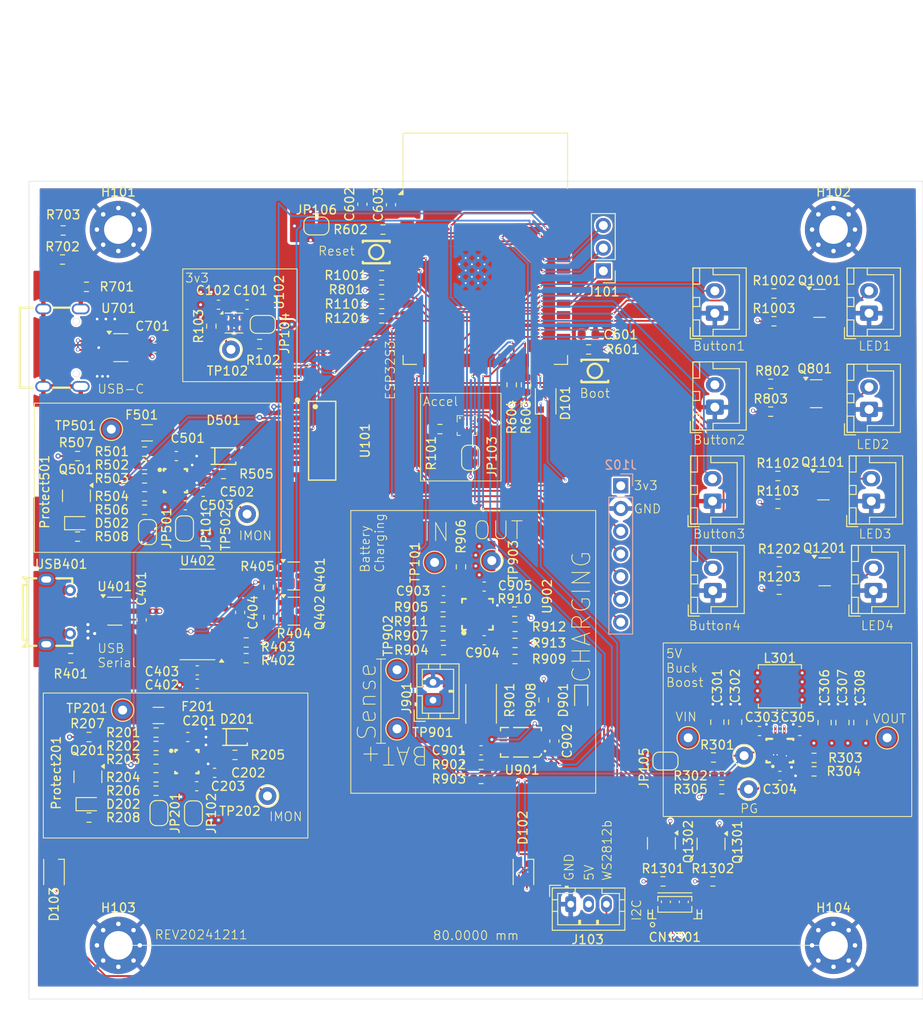
<source format=kicad_pcb>
(kicad_pcb (version 20240108) (generator "pcbnew") (generator_version "8.0")
  (layers (0 "F.Cu" signal) (1 "In1.Cu" power "Ground") (2 "In2.Cu" power "Power") (31 "B.Cu" signal) (34 "B.Paste" user) (35 "F.Paste" user) (36 "B.SilkS" user "B.Silkscreen") (37 "F.SilkS" user "F.Silkscreen") (38 "B.Mask" user) (39 "F.Mask" user) (44 "Edge.Cuts" user))
  (net 0 "")
  (net 1 "/PowerProtect/Fused")
  (net 2 "GND")
  (net 3 "/BuckBoost/VIN")
  (net 4 "/PowerProtect/IMON")
  (net 5 "/PowerProtect/VIN")
  (net 6 "/PowerProtect/PG")
  (net 7 "/BuckBoost/PG")
  (net 8 "Net-(Protect201-DVDT)")
  (net 9 "/BuckBoost/EN")
  (net 10 "Net-(U301-Vaux)")
  (net 11 "/PowerProtect1/Fused")
  (net 12 "Net-(U402-V3)")
  (net 13 "/PowerProtect1/IMON")
  (net 14 "/PowerProtect1/VIN")
  (net 15 "Net-(Protect501-DVDT)")
  (net 16 "Net-(U901-VDD)")
  (net 17 "sys_power")
  (net 18 "Net-(D202-A)")
  (net 19 "/PowerProtect1/PG")
  (net 20 "Net-(D202-K)")
  (net 21 "Net-(D502-K)")
  (net 22 "Net-(D502-A)")
  (net 23 "Net-(D901-K)")
  (net 24 "Net-(D901-A)")
  (net 25 "Net-(JP201-B)")
  (net 26 "Net-(JP501-B)")
  (net 27 "Net-(U301-L1)")
  (net 28 "Net-(U301-L2)")
  (net 29 "Net-(Protect201-EN{slash}UVLO)")
  (net 31 "Net-(Protect201-PGTH)")
  (net 32 "+5V")
  (net 33 "3v3")
  (net 34 "/esp32/boot")
  (net 35 "/esp32/RST")
  (net 36 "Net-(Protect201-OVLO)")
  (net 37 "/esp32/DISP-CS")
  (net 38 "/esp32/DISP-CLK")
  (net 39 "/esp32/cap2")
  (net 40 "/esp32/d-")
  (net 41 "Net-(Protect501-OVLO)")
  (net 42 "/esp32/DISP-DIN")
  (net 43 "Net-(Protect501-PGTH)")
  (net 44 "/esp32/cap1")
  (net 45 "Net-(Protect501-EN{slash}UVLO)")
  (net 47 "Net-(Q401-B)")
  (net 48 "Net-(Q401-E)")
  (net 49 "Net-(Q402-B)")
  (net 50 "Net-(Q402-E)")
  (net 51 "Net-(Q801-D)")
  (net 52 "/esp32/d+")
  (net 53 "/button1/LED")
  (net 54 "/button2/Button")
  (net 55 "/button3/LED")
  (net 56 "/esp32/DISP-RST")
  (net 57 "/button/Button")
  (net 58 "/button1/Button")
  (net 59 "/esp32/DISP-DC")
  (net 60 "/esp32/RXD")
  (net 61 "/esp32/ws2812")
  (net 62 "/button/LED")
  (net 63 "/esp32/sound")
  (net 64 "/button2/LED")
  (net 65 "/esp32/powered")
  (net 66 "/esp32/TXD")
  (net 67 "/esp32/motion")
  (net 68 "/battery/SCL")
  (net 69 "/battery/SDA")
  (net 70 "/button3/Button")
  (net 71 "Net-(Q801-G)")
  (net 72 "Net-(Q1001-D)")
  (net 73 "Net-(Q1001-G)")
  (net 74 "Net-(Q1101-G)")
  (net 75 "Net-(Q1101-D)")
  (net 76 "Net-(Q1201-D)")
  (net 77 "Net-(Q1201-G)")
  (net 78 "Net-(U103-CS)")
  (net 79 "Net-(U301-PS{slash}SYNC)")
  (net 80 "Net-(U301-FB)")
  (net 81 "Net-(USB401-SH1)")
  (net 82 "Net-(U402-TXD)")
  (net 83 "Net-(U402-RXD)")
  (net 84 "Net-(D101-DOUT)")
  (net 85 "Net-(U901-BIN)")
  (net 86 "Net-(U901-GPOUT)")
  (net 87 "Net-(U902-TS)")
  (net 88 "Net-(U902-TMR)")
  (net 89 "Net-(U902-ILIM)")
  (net 90 "Net-(U902-ISET)")
  (net 91 "Net-(U902-#CE)")
  (net 92 "Net-(U902-#PGOOD)")
  (net 93 "Net-(U902-SYSOFF)")
  (net 94 "Net-(U902-EN1)")
  (net 95 "Net-(U902-EN2)")
  (net 113 "Net-(USB401-D-)")
  (net 114 "Net-(U402-UD-)")
  (net 115 "Net-(USB401-D+)")
  (net 116 "Net-(U402-UD+)")
  (net 133 "Net-(USBC701-DN1)")
  (net 134 "Net-(USBC701-DP1)")
  (net 142 "Net-(USBC701-CC1)")
  (net 143 "/battery/battery+")
  (net 144 "/battery/battery_in")
  (net 145 "/wall_power")
  (net 146 "/PowerProtect/VOUT")
  (net 147 "/PowerProtect1/VOUT")
  (net 148 "Net-(R701-Pad1)")
  (net 149 "Net-(U102-PG)")
  (net 150 "Net-(U102-EN)")
  (net 151 "/esp32/esp3v3")
  (net 152 "Net-(D102-DOUT)")
  (net 153 "Net-(D103-DOUT)")
  (net 154 "Net-(JP104-B)")
  (net 155 "Net-(J802-Pin_2)")
  (net 156 "Net-(J1002-Pin_2)")
  (net 157 "Net-(J1102-Pin_2)")
  (net 158 "Net-(J1202-Pin_2)")
  (net 159 "Net-(JP103-B)")
  (net 162 "Net-(Q1302-D)")
  (net 163 "Net-(Q1301-D)")
  (net 164 "Net-(USBC701-CC2)")
  (footprint "Jumper:SolderJumper-2_P1.3mm_Bridged_RoundedPad1.0x1.5mm" (layer "F.Cu") (at 28.26 89.215 -90)
    (property "Reference" "JP501")
    (property "Value" "JP1")
  )
  (footprint "easyeda2kicad:KEY-SMD_B3U-1000PM" (layer "F.Cu") (at 53.85 57.92)
    (property "Reference" "SW603")
    (property "Value" "KEY-SMD_B3U-1000PM")
  )
  (footprint "Resistor_SMD:R_0603_1608Metric" (layer "F.Cu") (at 63.325 93.1 90)
    (property "Reference" "R906")
    (property "Value" "2k")
  )
  (footprint "Resistor_SMD:R_0603_1608Metric" (layer "F.Cu") (at 97.975 72.64)
    (property "Reference" "R802")
    (property "Value" "100")
  )
  (footprint "Resistor_SMD:R_0603_1608Metric" (layer "F.Cu") (at 102.825 115.95 180)
    (property "Reference" "R304")
    (property "Value" "130k")
  )
  (footprint "Connector_Pin:Pin_D1.0mm_L10.0mm" (layer "F.Cu") (at 39.4 87.2)
    (property "Reference" "TP502")
    (property "Value" "TestPoint")
  )
  (footprint "Resistor_SMD:R_0603_1608Metric" (layer "F.Cu") (at 18.75 58.75)
    (property "Reference" "R702")
    (property "Value" "5.1k")
  )
  (footprint "easyeda2kicad:VQFN-HR-15_L3.0-W2.5-P0.50-BL_TPS63070RNMR" (layer "F.Cu") (at 99 113.77)
    (property "Reference" "U301" (hide yes))
    (property "Value" "TPS63070RNMR")
  )
  (footprint "Resistor_SMD:R_0603_1608Metric" (layer "F.Cu") (at 91.575 114.4 180)
    (property "Reference" "R301")
    (property "Value" "10k")
  )
  (footprint "Resistor_SMD:R_0603_1608Metric" (layer "F.Cu") (at 69 72.75 90)
    (property "Reference" "R604")
    (property "Value" "4.7k")
  )
  (footprint "Connector_Pin:Pin_D1.0mm_L10.0mm" (layer "F.Cu") (at 24.211904 77.717)
    (property "Reference" "TP501")
    (property "Value" "TestPoint")
  )
  (footprint "Capacitor_SMD:C_0603_1608Metric" (layer "F.Cu") (at 52.3 52.575 90)
    (property "Reference" "C602")
    (property "Value" "22uF")
  )
  (footprint "Resistor_SMD:R_0603_1608Metric" (layer "F.Cu") (at 19.675 103.3)
    (property "Reference" "R401")
    (property "Value" "0")
  )
  (footprint "Capacitor_SMD:C_0603_1608Metric" (layer "F.Cu") (at 32.766842 112.117 180)
    (property "Reference" "C201")
    (property "Value" "1uf")
  )
  (footprint "Connector_Pin:Pin_D1.0mm_L10.0mm" (layer "F.Cu") (at 56.175 111.2 90)
    (property "Reference" "TP901")
    (property "Value" "TestPoint")
  )
  (footprint "Connector_JST:JST_XH_B2B-XH-A_1x02_P2.50mm_Vertical" (layer "F.Cu") (at 108.975 64.75 90)
    (property "Reference" "J1002" (hide yes))
    (property "Value" "Conn_01x02")
  )
  (footprint "LED_SMD:LED_0603_1608Metric" (layer "F.Cu") (at 20.4725 88.215)
    (property "Reference" "D502")
    (property "Value" "LED")
  )
  (footprint "Resistor_SMD:R_0603_1608Metric" (layer "F.Cu") (at 29.216842 118.117)
    (property "Reference" "R206")
    (property "Value" "249k")
  )
  (footprint "Package_TO_SOT_SMD:SOT-23" (layer "F.Cu") (at 103.8625 84.050184)
    (property "Reference" "Q1101")
    (property "Value" "AO3400A")
  )
  (footprint "Resistor_SMD:R_2512_6332Metric" (layer "F.Cu") (at 65.575 108.4 90)
    (property "Reference" "R901")
    (property "Value" "10mOhm")
  )
  (footprint "Package_TO_SOT_SMD:SOT-23" (layer "F.Cu") (at 103.0625 73.75)
    (property "Reference" "Q801")
    (property "Value" "AO3400A")
  )
  (footprint "Resistor_SMD:R_0603_1608Metric" (layer "F.Cu") (at 29.216842 116.617)
    (property "Reference" "R204")
    (property "Value" "470k")
  )
  (footprint "MountingHole:MountingHole_3.2mm_M3_Pad_Via" (layer "F.Cu") (at 25 55.4)
    (property "Reference" "H101")
    (property "Value" "MountingHole_Pad")
  )
  (footprint "Resistor_SMD:R_0603_1608Metric" (layer "F.Cu") (at 60.975 77.7)
    (property "Reference" "R101")
    (property "Value" "10k")
  )
  (footprint "Resistor_SMD:R_0603_1608Metric" (layer "F.Cu") (at 41.8125 95.375 90)
    (property "Reference" "R405")
    (property "Value" "12k")
  )
  (footprint "Resistor_SMD:R_0603_1608Metric" (layer "F.Cu") (at 27.935 83.215)
    (property "Reference" "R503")
    (property "Value" "54.9k")
  )
  (footprint "Resistor_SMD:R_0603_1608Metric" (layer "F.Cu") (at 27.935 80.215)
    (property "Reference" "R501")
    (property "Value" "470k")
  )
  (footprint "Resistor_SMD:R_0603_1608Metric" (layer "F.Cu") (at 61.325 100.8 180)
    (property "Reference" "R907")
    (property "Value" "2k")
  )
  (footprint "Resistor_SMD:R_0603_1608Metric" (layer "F.Cu") (at 98.925 92.54)
    (property "Reference" "R1202")
    (property "Value" "100")
  )
  (footprint "Package_TO_SOT_SMD:SOT-23" (layer "F.Cu") (at 21.591842 116.5545 -90)
    (property "Reference" "Q201")
    (property "Value" "2N7002")
  )
  (footprint "RF_Module:ESP32-S3-WROOM-1" (layer "F.Cu") (at 66.05 57.52)
    (property "Reference" "U601" (hide yes))
    (property "Value" "ESP32-S3-WROOM-1")
  )
  (footprint "Resistor_SMD:R_0603_1608Metric" (layer "F.Cu") (at 20.435 80.714999)
    (property "Reference" "R507")
    (property "Value" "10k")
  )
  (footprint "Resistor_SMD:R_0603_1608Metric" (layer "F.Cu") (at 40.8 68.2 180)
    (property "Reference" "R102")
    (property "Value" "10k")
  )
  (footprint "Resistor_SMD:R_0603_1608Metric" (layer "F.Cu") (at 61.325 97.6 180)
    (property "Reference" "R905")
    (property "Value" "18k")
  )
  (footprint "Resistor_SMD:R_0603_1608Metric" (layer "F.Cu") (at 98.34 62.54)
    (property "Reference" "R1002")
    (property "Value" "100")
  )
  (footprint "Capacitor_SMD:C_0603_1608Metric" (layer "F.Cu") (at 77.6 67.15)
    (property "Reference" "C601")
    (property "Value" "1uf")
  )
  (footprint "Package_TO_SOT_SMD:SOT-23-6" (layer "F.Cu") (at 24.6 98.05)
    (property "Reference" "U401")
    (property "Value" "USBLC6-2SC6")
  )
  (footprint "Resistor_SMD:R_0603_1608Metric" (layer "F.Cu") (at 91.5 128.25)
    (property "Reference" "R1302")
    (property "Value" "10k")
  )
  (footprint "Capacitor_SMD:C_0603_1608Metric" (layer "F.Cu") (at 61.375 95.8 180)
    (property "Reference" "C903")
    (property "Value" "1uF")
  )
  (footprint "Connector_JST:JST_XH_B2B-XH-A_1x02_P2.50mm_Vertical" (layer "F.Cu") (at 91.725 64.75 90)
    (property "Reference" "J1001" (hide yes))
    (property "Value" "Conn_01x02")
  )
  (footprint "Capacitor_SMD:C_0603_1608Metric" (layer "F.Cu") (at 33.766842 117.617 180)
    (property "Reference" "C203")
    (property "Value" "1uf")
  )
  (footprint "Package_TO_SOT_SMD:SOT-23" (layer "F.Cu") (at 91.3 124.0625 -90)
    (property "Reference" "Q1301")
    (property "Value" "BSS138")
  )
  (footprint "Capacitor_SMD:C_0805_2012Metric" (layer "F.Cu") (at 92 110.45 90)
    (property "Reference" "C301")
    (property "Value" "10uf")
  )
  (footprint "Capacitor_SMD:C_0603_1608Metric" (layer "F.Cu") (at 35.766842 116.117)
    (property "Reference" "C202")
    (property "Value" "2.7nf")
  )
  (footprint "Resistor_SMD:R_0603_1608Metric" (layer "F.Cu") (at 29.216842 114.617)
    (property "Reference" "R203")
    (property "Value" "54.9k")
  )
  (footprint "Connector_Pin:Pin_D1.0mm_L10.0mm" (layer "F.Cu") (at 95.5 117.95)
    (property "Reference" "TP303" (hide yes))
    (property "Value" "TestPoint")
  )
  (footprint "Fuse:Fuse_1206_3216Metric" (layer "F.Cu") (at 28.211904 78.117)
    (property "Reference" "F501")
    (property "Value" "2A")
  )
  (footprint "easyeda2kicad:LGA-14_L2.0-W2.0-P0.35-BL" (layer "F.Cu") (at 64 77.3)
    (property "Reference" "U103" (hide yes))
    (property "Value" "LIS2DHTR")
  )
  (footprint "Resistor_SMD:R_0603_1608Metric" (layer "F.Cu") (at 54.45 65.32)
    (property "Reference" "R1201")
    (property "Value" "10k")
  )
  (footprint "Capacitor_SMD:C_0603_1608Metric" (layer "F.Cu") (at 27.6 99.025 -90)
    (property "Reference" "C401")
    (property "Value" "100nf")
  )
  (footprint "Resistor_SMD:R_0603_1608Metric" (layer "F.Cu") (at 38.041842 114.117 180)
    (property "Reference" "R205")
    (property "Value" "4120")
  )
  (footprint "Resistor_SMD:R_0603_1608Metric" (layer "F.Cu") (at 18.825 55.5)
    (property "Reference" "R703")
    (property "Value" "5.1k")
  )
  (footprint "Resistor_SMD:R_0603_1608Metric" (layer "F.Cu") (at 39.3 103.3)
    (property "Reference" "R402")
    (property "Value" "470")
  )
  (footprint "Connector_JST:JST_PH_B3B-PH-K_1x03_P2.00mm_Vertical" (layer "F.Cu") (at 75.6 130.8)
    (property "Reference" "J103")
    (property "Value" "Conn_01x03")
  )
  (footprint "easyeda2kicad:SOD-123_L2.7-W1.6-LS3.7-RD" (layer "F.Cu") (at 38.041842 112.117)
    (property "Reference" "D201")
    (property "Value" "1.8V")
  )
  (footprint "Resistor_SMD:R_0603_1608Metric" (layer "F.Cu") (at 29.216842 113.117)
    (property "Reference" "R202")
    (property "Value" "196k")
  )
  (footprint "Resistor_SMD:R_0603_1608Metric" (layer "F.Cu") (at 21.716842 112.117)
    (property "Reference" "R207")
    (property "Value" "10k")
  )
  (footprint "Resistor_SMD:R_0603_1608Metric" (layer "F.Cu") (at 72.575 107.975 90)
    (property "Reference" "R908")
    (property "Value" "1.5k")
  )
  (footprint "Package_TO_SOT_SMD:SOT-23" (layer "F.Cu") (at 104.0125 93.65)
    (property "Reference" "Q1201")
    (property "Value" "AO3400A")
  )
  (footprint "Capacitor_SMD:C_0603_1608Metric" (layer "F.Cu") (at 65.925 101.3)
    (property "Reference" "C904")
    (property "Value" "4.7uF")
  )
  (footprint "Resistor_SMD:R_0603_1608Metric" (layer "F.Cu") (at 92.5 116.45)
    (property "Reference" "R302")
    (property "Value" "10k")
  )
  (footprint "Resistor_SMD:R_0603_1608Metric" (layer "F.Cu") (at 27.935 86.715)
    (property "Reference" "R506")
    (property "Value" "249k")
  )
  (footprint "Resistor_SMD:R_0603_1608Metric" (layer "F.Cu") (at 102.825 114.45 180)
    (property "Reference" "R303")
    (property "Value" "680k")
  )
  (footprint "Connector_JST:JST_PH_B2B-PH-K_1x02_P2.00mm_Vertical" (layer "F.Cu") (at 60.2 108 90)
    (property "Reference" "J901")
    (property "Value" "B2B-PH-K-S(LF)(SN)")
  )
  (footprint "Jumper:SolderJumper-2_P1.3mm_Bridged_RoundedPad1.0x1.5mm" (layer "F.Cu") (at 32.4 88.8 -90)
    (property "Reference" "JP101")
    (property "Value" "JP1")
  )
  (footprint "easyeda2kicad:VQFN-10_L2.0-W2.0-P0.45-TL" (layer "F.Cu") (at 31.349999 83.485)
    (property "Reference" "Protect501")
    (property "Value" "LM73100RPWR")
  )
  (footprint "LED_SMD:LED_0603_1608Metric" (layer "F.Cu") (at 76.775 107.8 -90)
    (property "Reference" "D901")
    (property "Value" "LED")
  )
  (footprint "Connector_JST:JST_XH_B2B-XH-A_1x02_P2.50mm_Vertical" (layer "F.Cu") (at 108.975 75.5 90)
    (property "Reference" "J802" (hide yes))
    (property "Value" "Conn_01x02")
  )
  (footprint "Resistor_SMD:R_0603_1608Metric" (layer "F.Cu") (at 27.935 85.215)
    (property "Reference" "R504")
    (property "Value" "470k")
  )
  (footprint "Resistor_SMD:R_0603_1608Metric" (layer "F.Cu") (at 35.4 66.2 90)
    (property "Reference" "R103")
    (property "Value" "10k")
  )
  (footprint "easyeda2kicad:QFN-16_L3.0-W3.0-P0.50-TL-EP1.7" (layer "F.Cu") (at 65.175 98.4 90)
    (property "Reference" "U902")
    (property "Value" "BQ24075RGTR")
  )
  (footprint "Connector_JST:JST_XH_B2B-XH-A_1x02_P2.50mm_Vertical" (layer "F.Cu") (at 91.475 85.75 90)
    (property "Reference" "J1101" (hide yes))
    (property "Value" "Conn_01x02")
  )
  (footprint "Resistor_SMD:R_0603_1608Metric" (layer "F.Cu") (at 69.325 98.1)
    (property "Reference" "R910")
    (property "Value" "10k")
  )
  (footprint "Connector_Pin:Pin_D1.0mm_L10.0mm" (layer "F.Cu") (at 66.775 92.4 90)
    (property "Reference" "TP903")
    (property "Value" "TestPoint")
  )
  (footprint "Fuse:Fuse_1206_3216Metric" (layer "F.Cu") (at 29.481842 109.707)
    (property "Reference" "F201")
    (property "Value" "2A")
  )
  (footprint "Connector_PinHeader_2.54mm:PinHeader_1x03_P2.54mm_Vertical" (layer "F.Cu") (at 79.25 60.025 180)
    (property "Reference" "J101")
    (property "Value" "HB-PH3-25413PB2GOP")
  )
  (footprint "Connector_JST:JST_XH_B2B-XH-A_1x02_P2.50mm_Vertical" (layer "F.Cu") (at 91.5 95.75 90)
    (property "Reference" "J1201" (hide yes))
    (property "Value" "Conn_01x02")
  )
  (footprint "Capacitor_SMD:C_0603_1608Metric" (layer "F.Cu") (at 33.825 106.165)
    (property "Reference" "C402")
    (property "Value" "10uf")
  )
  (footprint "Package_TO_SOT_SMD:SOT-23-6" (layer "F.Cu") (at 25.2775 68.6)
    (property "Reference" "U701")
    (property "Value" "USBLC6-2SC6")
  )
  (footprint "Capacitor_SMD:C_0603_1608Metric" (layer "F.Cu") (at 34.484999 84.715)
    (property "Reference" "C502")
    (property "Value" "2.7nf")
  )
  (footprint "Resistor_SMD:R_0603_1608Metric" (layer "F.Cu") (at 92.5 117.95)
    (property "Reference" "R305")
    (property "Value" "10k")
  )
  (footprint "MountingHole:MountingHole_3.2mm_M3_Pad_Via" (layer "F.Cu") (at 25 135.4)
    (property "Reference" "H103")
    (property "Value" "MountingHole_Pad")
  )
  (footprint "Connector_Pin:Pin_D1.0mm_L10.0mm" (layer "F.Cu") (at 60.375 92.6 90)
    (property "Reference" "TP101")
    (property "Value" "TestPoint")
  )
  (footprint "Connector_JST:JST_XH_B2B-XH-A_1x02_P2.50mm_Vertical" (layer "F.Cu") (at 91.725 75.25 90)
    (property "Reference" "J801" (hide yes))
    (property "Value" "Conn_01x02")
  )
  (footprint "Capacitor_SMD:C_0603_1608Metric" (layer "F.Cu") (at 96.725 111.45)
    (property "Reference" "C303")
    (property "Value" "10uf")
  )
  (footprint "Connector_Pin:Pin_D1.0mm_L10.0mm" (layer "F.Cu") (at 95 114.2)
    (property "Reference" "TP302" (hide yes))
    (property "Value" "TestPoint")
  )
  (footprint "Capacitor_SMD:C_0603_1608Metric" (layer "F.Cu") (at 65.925 95.3)
    (property "Reference" "C905")
    (property "Value" "4.7uF")
  )
  (footprint "Package_TO_SOT_SMD:SOT-23" (layer "F.Cu") (at 103.4275 63.65)
    (property "Reference" "Q1001")
    (property "Value" "AO3400A")
  )
  (footprint "Resistor_SMD:R_0603_1608Metric" (layer "F.Cu") (at 61.325 99.2)
    (property "Reference" "R911")
    (property "Value" "10k")
  )
  (footprint "Resistor_SMD:R_0603_1608Metric" (layer "F.Cu") (at 54.475 63.72)
    (property "Reference" "R1101")
    (property "Value" "10k")
  )
  (footprint "Resistor_SMD:R_0603_1608Metric" (layer "F.Cu") (at 85.925 128.25)
    (property "Reference" "R1301")
    (property "Value" "10k")
  )
  (footprint "Capacitor_SMD:C_0603_1608Metric" (layer "F.Cu") (at 33.825 104.665)
    (property "Reference" "C403")
    (property "Value" "100nf")
  )
  (footprint "Resistor_SMD:R_0603_1608Metric" (layer "F.Cu") (at 54.45 60.52)
    (property "Reference" "R1001")
    (property "Value" "10k")
  )
  (footprint "LED_SMD:LED_WS2812B-2020_PLCC4_2.0x2.0mm" (layer "F.Cu") (at 70.315 127.2 -90)
    (property "Reference" "D102")
    (property "Value" "WS2812B-2020")
  )
  (footprint "Inductor_SMD:L_Coilcraft_XAL4020-XXX" (layer "F.Cu") (at 99 106.45)
    (property "Reference" "L301")
    (property "Value" "1uH")
  )
  (footprint "Resistor_SMD:R_0603_1608Metric" (layer "F.Cu") (at 39.3 101.55 180)
    (property "Reference" "R403")
    (property "Value" "470")
  )
  (footprint "Jumper:SolderJumper-2_P1.3mm_Bridged_RoundedPad1.0x1.5mm" (layer "F.Cu") (at 47.15 55)
    (property "Reference" "JP106")
    (property "Value" "JP1")
  )
  (footprint "Capacitor_SMD:C_0603_1608Metric" (layer "F.Cu") (at 101.225 111.45 180)
    (property "Reference" "C305")
    (property "Value" "10uf")
  )
  (footprint "easyeda2kicad:SON-12_L4.0-W2.5-P0.40-BL-EP" (layer "F.Cu") (at 70.035 112.7025 90)
    (property "Reference" "U901")
    (property "Value" "BQ27441DRZR-G1A")
  )
  (footprint "Resistor_SMD:R_0603_1608Metric" (layer "F.Cu") (at 97.975 75.75)
    (property "Reference" "R803")
    (property "Value" "330")
  )
  (footprint "easyeda2kicad:SOIC-14_L8.7-W3.9-P1.27-LS6.0-BL" (layer "F.Cu") (at 47.8 79 -90)
    (property "Reference" "U101")
    (property "Value" "SN74LVC32ADR")
  )
  (footprint "LED_SMD:LED_WS2812B-2020_PLCC4_2.0x2.0mm" (layer "F.Cu") (at 72.8 74.6 90)
    (property "Reference" "D101")
    (property "Value" "WS2812B-2020")
  )
  (footprint "Capacitor_SMD:C_0805_2012Metric" (layer "F.Cu") (at 106 110.5 90)
    (property "Reference" "C307")
    (property "Value" "22uf")
  )
  (footprint "easyeda2kicad:CONN-SMD_BM04B-SRSS-TB" (layer "F.Cu") (at 87.25 131.5)
    (property "Reference" "CN1301")
    (property "Value" "BM04B-SRSS-TB(LF)(SN)")
  )
  (footprint "Capacitor_SMD:C_0603_1608Metric" (layer "F.Cu") (at 29.0775 68.6)
    (property "Reference" "C701")
    (property "Value" "100nf")
  )
  (footprint "Jumper:SolderJumper-2_P1.3mm_Bridged_RoundedPad1.0x1.5mm" (layer "F.Cu") (at 86.2 114.8)
    (property "Reference" "JP105")
    (property "Value" "JP1")
  )
  (footprint "Capacitor_SMD:C_0603_1608Metric" (layer "F.Cu") (at 39.4 63.8 180)
    (property "Reference" "C101")
    (property "Value" "10uF")
  )
  (footprint "Package_TO_SOT_SMD:SOT-23" (layer "F.Cu") (at 44.6 94.115)
    (property "Reference" "Q401")
    (property "Value" "MMBT3904")
  )
  (footprint "Connector_Pin:Pin_D1.0mm_L10.0mm" (layer "F.Cu") (at 41.681842 118.707)
    (property "Reference" "TP202")
    (property "Value" "TestPoint")
  )
  (footprint "Resistor_SMD:R_0603_1608Metric" (layer "F.Cu") (at 21.425 61.8)
    (property "Reference" "R701")
    (property "Value" "0")
  )
  (footprint "Connector_Pin:Pin_D1.0mm_L10.0mm" (layer "F.Cu") (at 56.175 104.6 90)
    (property "Reference" "TP902")
    (property "Value" "TestPoint")
  )
  (footprint "Capacitor_SMD:C_0603_1608Metric" (layer "F.Cu") (at 38.625 98.19 -90)
    (property "Reference" "C404")
    (property "Value" "100nf")
  )
  (footprint "LED_SMD:LED_0603_1608Metric" (layer "F.Cu") (at 21.754342 119.617)
    (property "Reference" "D202")
    (property "Value" "LED")
  )
  (footprint "Resistor_SMD:R_0603_1608Metric" (layer "F.Cu") (at 65.575 116.8)
    (property "Reference" "R903")
    (property "Value" "10k")
  )
  (footprint "Resistor_SMD:R_0603_1608Metric" (layer "F.Cu") (at 69.375 101.6)
    (property "Reference" "R913")
    (property "Value" "10k")
  )
  (footprint "MountingHole:MountingHole_3.2mm_M3_Pad_Via" (layer "F.Cu") (at 105 135.4)
    (property "Reference" "H104")
    (property "Value" "MountingHole_Pad")
  )
  (footprint "MountingHole:MountingHole_3.2mm_M3_Pad_Via" (layer "F.Cu") (at 105 55.4)
    (property "Reference" "H102")
    (property "Value" "MountingHole_Pad")
  )
  (footprint "Capacitor_SMD:C_0603_1608Metric" (layer "F.Cu") (at 55.5 52.625 90)
    (property "Reference" "C603")
    (property "Value" "100nF")
  )
  (footprint "Resistor_SMD:R_0603_1608Metric" (layer "F.Cu") (at 36.76 82.715 180)
    (property "Reference" "R505")
    (property "Value" "4120")
  )
  (footprint "Package_TO_SOT_SMD:SOT-23" (layer "F.Cu") (at 85.75 124 -90)
    (property "Reference" "Q1302")
    (property "Value" "BSS138")
  )
  (footprint "easyeda2kicad:MICRO-USB-SMD_MICROXNJ" (layer "F.Cu") (at 18.53 98.13 -90)
    (property "Reference" "USB401")
    (property "Value" "MICROXNJ")
  )
  (footprint "Resistor_SMD:R_0603_1608Metric" (layer "F.Cu") (at 69.375 99.8)
    (property "Reference" "R912")
    (property "Value" "10k")
  )
  (footprint "Capacitor_SMD:C_0805_2012Metric" (layer "F.Cu") (at 94 110.45 90)
    (property "Reference" "C302")
    (property "Value" "10uf")
  )
  (footprint "Connector_Pin:Pin_D1.0mm_L10.0mm" (layer "F.Cu") (at 111 112.2)
    (property "Reference" "TP304" (hide yes))
    (property "Value" "TestPoint")
  )
  (footprint "Package_TO_SOT_SMD:SOT-23" (layer "F.Cu") (at 20.31 85.152499 -90)
    (property "Reference" "Q501")
    (property "Value" "2N7002")
  )
  (footprint "Resistor_SMD:R_0603_1608Metric" (layer "F.Cu") (at 98.34 65.65)
    (property "Reference" "R1003")
    (property "Value" "330")
  )
  (footprint "Package_SON:WSON-6-1EP_2x2mm_P0.65mm_EP1x1.6mm_ThermalVias" (layer "F.Cu") (at 37.9375 65.85)
    (property "Reference" "U102")
    (property "Value" "LP5912-3.3DRV")
  )
  (footprint "Resistor_SMD:R_0603_1608Metric" (layer "F.Cu") (at 61.375 102.4)
    (property "Reference" "R904")
    (property "Value" "10k")
  )
  (footprint "Connector_Pin:Pin_D1.0mm_L10.0mm" (layer "F.Cu") (at 37.6 68.8)
    (property "Reference" "TP102")
    (property "Value" "TestPoint")
  )
  (footprint "Resistor_SMD:R_0603_1608Metric" (layer "F.Cu") (at 20.435 89.715)
    (property "Reference" "R508")
    (property "Value" "150")
  )
  (footprint "Resistor_SMD:R_0603_1608Metric" (layer "F.Cu") (at 77.6 68.8 180)
    (property "Reference" "R601")
    (property "Value" "10k")
  )
  (footprint "Package_TO_SOT_SMD:SOT-23" (layer "F.Cu") (at 44.625 98.05)
    (property "Reference" "Q402")
    (property "Value" "MMBT3904")
  )
  (footprint "Capacitor_SMD:C_0603_1608Metric" (layer "F.Cu") (at 36.2 63.8)
    (property "Reference" "C102")
    (property "Value" "10uF")
  )
  (footprint "Resistor_SMD:R_0603_1608Metric" (layer "F.Cu") (at 69.375 103.4 180)
    (property "Reference" "R909")
    (property "Value" "10k")
  )
  (footprint "Connector_JST:JST_XH_B2B-XH-A_1x02_P2.50mm_Vertical" (layer "F.Cu") (at 109.475 95.75 90)
    (property "Reference" "J1202" (hide yes))
    (property "Value" "Conn_01x02")
  )
  (footprint "Jumper:SolderJumper-2_P1.3mm_Bridged_RoundedPad1.0x1.5mm" (layer "F.Cu") (at 64.4 80.9 90)
    (property "Reference" "JP103")
    (property "Value" "JP1")
  )
  (footprint "Resistor_SMD:R_0603_1608Metric" (layer "F.Cu") (at 41.8125 98.725 -90)
    (property "Reference" "R404")
    (property "Value" "12k")
  )
  (footprint "Capacitor_SMD:C_0603_1608Metric" (layer "F.Cu") (at 73.775 112.575 -90)
    (property "Reference" "C902")
    (property "Value" ".47uF")
  )
  (footprint "Resistor_SMD:R_0603_1608Metric" (layer "F.Cu") (at 54.6 55.4)
    (property "Reference" "R602")
    (property "Value" "10k")
  )
  (footprint "Capacitor_SMD:C_0805_2012Metric" (layer "F.Cu") (at 104 110.5 90)
    (property "Reference" "C306")
    (property "Value" "22uf")
  )
  (footprint "easyeda2kicad:USB-C_SMD-TYPE-C-31-M-12" (layer "F.Cu") (at 19.0775 68.6 -90)
    (property "Reference" "USBC701" (hide yes))
    (property "Value" "TYPE-C-31-M-12")
  )
  (footprint "easyeda2kicad:VQFN-10_L2.0-W2.0-P0.45-TL" (layer "F.Cu") (at 32.631842 114.887)
    (property "Reference" "Protect201")
    (property "Value" "LM73100RPWR")
  )
  (footprint "LED_SMD:LED_WS2812B-2020_PLCC4_2.0x2.0mm" (layer "F.Cu") (at 17.8 127.2 -90)
    (property "Reference" "D103")
    (property "Value" "WS2812B-2020")
  )
  (footprint "Connector_Pin:Pin_D1.0mm_L10.0mm" (layer "F.Cu") (at 25.481842 109.107)
    (property "Reference" "TP201")
    (property "Value" "TestPoint")
  )
  (footprint "Package_SO:SOIC-16_3.9x9.9mm_P1.27mm" (layer "F.Cu") (at 33.85 98.415 180)
    (property "Reference" "U402")
    (property "Value" "CH340C")
  )
  (footprint "Resistor_SMD:R_0603_1608Metric" (layer "F.Cu") (at 54.45 62.12)
    (property "Reference" "R801")
    (property "Value" "10k")
  )
  (footprint "Resistor_SMD:R_0603_1608Metric" (layer "F.Cu") (at 70.6 72.75 90)
    (property "Reference" "R603")
    (property "Value" "4.7k")
  )
  (footprint "Jumper:SolderJumper-2_P1.3mm_Bridged_RoundedPad1.0x1.5mm" (layer "F.Cu") (at 33.4 120.65 -90)
    (property "Reference" "JP102")
    (property "Value" "JP1")
  )
  (footprint "Capacitor_SMD:C_0603_1608Metric" (layer "F.Cu") (at 32.484999 86.215 180)
    (property "Reference" "C503")
    (property "Value" "1uf")
  )
  (footprint "Capacitor_SMD:C_0805_2012Metric" (layer "F.Cu") (at 108 110.5 90)
    (property "Reference" "C308")
    (property "Value" "22uf")
  )
  (footprint "easyeda2kicad:KEY-SMD_B3U-1000PM" (layer "F.Cu") (at 78.3 71.2 180)
    (property "Reference" "SW602")
    (property "Value" "KEY-SMD_B3U-1000PM")
  )
  (footprint "Connector_Pin:Pin_D1.0mm_L10.0mm" (layer "F.Cu") (at 88.75 112.2)
    (property "Reference" "TP301" (hide yes))
    (property "Value" "TestPoint")
  )
  (footprint "Capacitor_SMD:C_0603_1608Metric" (layer "F.Cu") (at 99 116.45)
    (property "Reference" "C304")
    (property "Value" "100nf")
  )
  (footprint "Resistor_SMD:R_0603_1608Metric" (layer "F.Cu") (at 29.216842 111.617)
    (property "Reference" "R201")
    (property "Value" "470k")
  )
  (footprint "Capacitor_SMD:C_0603_1608Metric" (layer "F.Cu") (at 31.484999 80.715 180)
    (property "Reference" "C501")
    (property "Value" "1uf")
  )
  (footprint "Resistor_SMD:R_0603_1608Metric" (layer "F.Cu") (at 98.775 82.940184)
    (property "Reference" "R1102")
    (property "Value" "100")
  )
  (footprint "Resistor_SMD:R_0603_1608Metric" (layer "F.Cu") (at 21.716842 121.117)
    (property "Reference" "R208")
    (property "Value" "150")
  )
  (footprint "Resistor_SMD:R_0603_1608Metric" (layer "F.Cu") (at 98.925 95.65)
    (property "Reference" "R1203")
    (property "Value" "330")
  )
  (footprint "Jumper:SolderJumper-2_P1.3mm_Bridged_RoundedPad1.0x1.5mm" (layer "F.Cu") (at 29.541842 120.617 -90)
    (property "Reference" "JP201")
    (property "Value" "JP1")
  )
  (footprint "Resistor_SMD:R_0603_1608Metric" (layer "F.Cu") (at 65.575 115.2)
    (property "Reference" "R902")
    (property "Value" "10k")
  )
  (footprint "Resistor_SMD:R_0603_1608Metric" (layer "F.Cu") (at 98.775 86.050184)
    (property "Reference" "R1103")
    (property "Value" "330")
  )
  (footprint "easyeda2kicad:SOD-123_L2.7-W1.6-LS3.7-RD" (layer "F.Cu") (at 36.76 80.715)
    (property "Reference" "D501")
    (property "Value" "1.8V")
  )
  (footprint "Resistor_SMD:R_0603_1608Metric" (layer "F.Cu") (at 27.935 81.715)
    (property "Reference" "R502")
    (property "Value" "196k")
  )
  (footprint "Capacitor_SMD:C_0603_1608Metric" (layer "F.Cu") (at 65.575 113.6)
    (property "Reference" "C901")
    (property "Value" "1uF")
  )
  (footprint "Connector_JST:JST_XH_B2B-XH-A_1x02_P2.50mm_Vertical" (layer "F.Cu") (at 109.225 85.75 90)
    (property "Reference" "J1102" (hide yes))
    (property "Value" "Conn_01x02")
  )
  (footprint "Jumper:SolderJumper-2_P1.3mm_Bridged_RoundedPad1.0x1.5mm" (layer "F.Cu") (at 41.15 66 180)
    (property "Reference" "JP104")
    (property "Value" "JP1")
  )
  (footprint "Connector_PinHeader_2.54mm:PinHeader_1x07_P2.54mm_Vertical" (layer "B.Cu") (at 81.2 84.04 180)
    (property "Reference" "J102")
    (property "Value" "PM254V-11-07-H85")
  )
  (gr_line (start 54.375 112.8) (end 54.375 103.4) (stroke (width 0.1)) (layer "F.SilkS"))
  (gr_rect (start 15.6 74.8) (end 43.1975 91.475) (stroke (width 0.1)) (fill none) (layer "F.SilkS"))
  (gr_rect (start 16.6 107.2) (end 46.2 123.4) (stroke (width 0.1)) (fill none) (layer "F.SilkS"))
  (gr_line (start 54.875 112.810886) (end 53.875 112.810886) (stroke (width 0.1)) (layer "F.SilkS"))
  (gr_line (start 54.875 103.4) (end 53.875 103.4) (stroke (width 0.1)) (layer "F.SilkS"))
  (gr_rect (start 32.2 59.8) (end 45 72.4) (stroke (width 0.1)) (fill none) (layer "F.SilkS"))
  (gr_rect (start 85.95 101.6) (end 113.75 121) (stroke (width 0.1)) (fill none) (layer "F.SilkS"))
  (gr_rect (start 58.8 73.7) (end 67.8 83.5) (stroke (width 0.1)) (fill none) (layer "F.SilkS"))
  (gr_rect (start 51 86.8) (end 78.4 118.4) (stroke (width 0.1)) (fill none) (layer "F.SilkS"))
  (gr_rect (start 15 50) (end 115 141.4) (stroke (width 0.05)) (fill none) (layer "Edge.Cuts"))
  (gr_text "VOUT\n" (at 109.35 110.65 0) (layer "F.SilkS") (effects (font (size 1 1) (thickness 0.1)) (justify left bottom)))
  (gr_text "Sense" (at 53.975 112.6 90) (layer "F.SilkS") (effects (font (size 2 2) (thickness 0.1)) (justify left bottom)))
  (gr_text "I2C" (at 83.55 132.74 90) (layer "F.SilkS") (effects (font (size 1 1) (thickness 0.1)) (justify left bottom)))
  (gr_text "3v3\n" (at 82.6 84.6 0) (layer "F.SilkS") (effects (font (size 1 1) (thickness 0.1)) (justify left bottom)))
  (gr_text "IN" (at 59 90.4 0) (layer "F.SilkS") (effects (font (size 2 2) (thickness 0.1)) (justify left bottom)))
  (gr_text "GND" (at 76 128.25 90) (layer "F.SilkS") (effects (font (size 1 1) (thickness 0.1)) (justify left bottom)))
  (gr_text "5V\nBuck\nBoost" (at 86.2 106.6 0) (layer "F.SilkS") (effects (font (size 1 1) (thickness 0.1)) (justify left bottom)))
  (gr_text "USB-C" (at 22.6 73.8 0) (layer "F.SilkS") (effects (font (size 1 1) (thickness 0.1)) (justify left bottom)))
  (gr_text "WS2812b" (at 80.25 128.25 90) (layer "F.SilkS") (effects (font (size 1 1) (thickness 0.1)) (justify left bottom)))
  (gr_text "LED3" (at 107.75 90 0) (layer "F.SilkS") (effects (font (size 1 1) (thickness 0.1)) (justify left bottom)))
  (gr_text "3v3" (at 32.4 61.4 0) (layer "F.SilkS") (effects (font (size 1 1) (thickness 0.1)) (justify left bottom)))
  (gr_text "Button1" (at 89.225 69 0) (layer "F.SilkS") (effects (font (size 1 1) (thickness 0.1)) (justify left bottom)))
  (gr_text "REV20241211" (at 29 134.8 0) (layer "F.SilkS") (effects (font (size 1 1) (thickness 0.1)) (justify left bottom)))
  (gr_text "Battery\nCharging" (at 54.8 93.8 90) (layer "F.SilkS") (effects (font (size 1 1) (thickness 0.1)) (justify left bottom)))
  (gr_text "OUT\n" (at 64.575 90.2 0) (layer "F.SilkS") (effects (font (size 2 2) (thickness 0.1)) (justify left bottom)))
  (gr_text "CHARGING" (at 77.975 106.175 90) (layer "F.SilkS") (effects (font (size 2 2) (thickness 0.1)) (justify left bottom)))
  (gr_text "BAT+" (at 59.775 113 180) (layer "F.SilkS") (effects (font (size 2 2) (thickness 0.1)) (justify left bottom)))
  (gr_text "5V" (at 78.25 128.25 90) (layer "F.SilkS") (effects (font (size 1 1) (thickness 0.1)) (justify left bottom)))
  (gr_text "Accel" (at 59 75.2 0) (layer "F.SilkS") (effects (font (size 1 1) (thickness 0.1)) (justify left bottom)))
  (gr_text "LED4" (at 108 100.25 0) (layer "F.SilkS") (effects (font (size 1 1) (thickness 0.1)) (justify left bottom)))
  (gr_text "LED2" (at 107.5 80 0) (layer "F.SilkS") (effects (font (size 1 1) (thickness 0.1)) (justify left bottom)))
  (gr_text "IMON" (at 38.4 90.2 0) (layer "F.SilkS") (effects (font (size 1 1) (thickness 0.1)) (justify left bottom)))
  (gr_text "VIN" (at 87.25 110.45 0) (layer "F.SilkS") (effects (font (size 1 1) (thickness 0.1)) (justify left bottom)))
  (gr_text "Button3" (at 89.25 90 0) (layer "F.SilkS") (effects (font (size 1 1) (thickness 0.1)) (justify left bottom)))
  (gr_text "PG" (at 94.5 120.7 0) (layer "F.SilkS") (effects (font (size 1 1) (thickness 0.1)) (justify left bottom)))
  (gr_text "Button4" (at 88.75 100.25 0) (layer "F.SilkS") (effects (font (size 1 1) (thickness 0.1)) (justify left bottom)))
  (gr_text "IMON" (at 41.8 121.6 0) (layer "F.SilkS") (effects (font (size 1 1) (thickness 0.1)) (justify left bottom)))
  (gr_text "ESP32S3" (at 56 74.5 90) (layer "F.SilkS") (effects (font (size 1 1) (thickness 0.1)) (justify left bottom)))
  (gr_text "LED1" (at 107.725 69 0) (layer "F.SilkS") (effects (font (size 1 1) (thickness 0.1)) (justify left bottom)))
  (gr_text "USB\nSerial\n" (at 22.6 104.4 0) (layer "F.SilkS") (effects (font (size 1 1) (thickness 0.1)) (justify left bottom)))
  (gr_text "GND" (at 82.6 87.2 0) (layer "F.SilkS") (effects (font (size 1 1) (thickness 0.1)) (justify left bottom)))
  (gr_text "Button2" (at 89.25 79.5 0) (layer "F.SilkS") (effects (font (size 1 1) (thickness 0.1)) (justify left bottom)))
  (dimension (type aligned) (layer "F.SilkS") (pts (xy 25 135.4) (xy 105 135.4)) (height 0) (gr_text "80.0000 mm" (at 65 134.3 0) (layer "F.SilkS") (effects (font (size 1 1) (thickness 0.1)))) (format (prefix "") (suffix "") (units 3) (units_format 1) (precision 4)) (style (thickness 0.1) (arrow_length 1.27) (text_position_mode 0) (extension_height 0.58642) (extension_offset 0.5) keep_text_aligned))
  (segment (start 32.401842 112.527) (end 31.991842 112.117) (width 0.2) (layer "F.Cu") (net 1))
  (segment (start 32.401842 113.117) (end 32.401842 112.527) (width 0.3) (layer "F.Cu") (net 1))
  (segment (start 32.401842 114.887) (end 32.401842 113.117) (width 0.3) (layer "F.Cu") (net 1))
  (segment (start 99.75 114.79) (end 99.75 114.24) (width 0.2) (layer "F.Cu") (net 2))
  (segment (start 99.9 113.84) (end 100.45 113.84) (width 0.2) (layer "F.Cu") (net 2))
  (segment (start 33.76 83.715) (end 34.26 83.715) (width 0.3) (layer "F.Cu") (net 2))
  (segment (start 37.9375 65.85) (end 38.825 65.85) (width 0.2) (layer "F.Cu") (net 2))
  (segment (start 99.75 115.2) (end 100 115.45) (width 0.2) (layer "F.Cu") (net 2))
  (segment (start 70.68 127.2) (end 70.8 127.2) (width 0.2) (layer "F.Cu") (net 2))
  (segment (start 63.575 115) (end 63.575 113.8) (width 0.2) (layer "F.Cu") (net 2))
  (segment (start 90.75 114.4) (end 90.75 115.65) (width 0.2) (layer "F.Cu") (net 2))
  (segment (start 67.15 97.65) (end 66.675 97.65) (width 0.2) (layer "F.Cu") (net 2))
  (segment (start 24.14 68.6) (end 23.4775 68.6) (width 0.2) (layer "F.Cu") (net 2))
  (segment (start 23.4625 98.05) (end 24.124999 98.05) (width 0.2) (layer "F.Cu") (net 2))
  (segment (start 99.75 114.79) (end 99.75 113.99) (width 0.2) (layer "F.Cu") (net 2))
  (segment (start 69.765 126.285) (end 70.68 127.2) (width 0.2) (layer "F.Cu") (net 2))
  (segment (start 64.75 115.2) (end 63.775 115.2) (width 0.2) (layer "F.Cu") (net 2))
  (segment (start 62.4 77) (end 62.2 77) (width 0.2) (layer "F.Cu") (net 2))
  (segment (start 62.87 77.47) (end 62.4 77) (width 0.2) (layer "F.Cu") (net 2))
  (segment (start 72.005 112.9025) (end 70.235 112.9025) (width 0.2) (layer "F.Cu") (net 2))
  (segment (start 56.89 51.85) (end 56.94 51.8) (width 0.7) (layer "F.Cu") (net 2))
  (segment (start 55.5 51.85) (end 56.89 51.85) (width 0.7) (layer "F.Cu") (net 2))
  (segment (start 21.728842 71.8) (end 23.921158 71.8) (width 0.5) (layer "F.Cu") (net 2))
  (segment (start 37.585 81.53) (end 38.4 80.715) (width 0.2) (layer "F.Cu") (net 2))
  (segment (start 63.775 115.2) (end 63.575 115) (width 0.2) (layer "F.Cu") (net 2))
  (segment (start 33.541842 115.117) (end 35.041842 115.117) (width 0.3) (layer "F.Cu") (net 2))
  (segment (start 24.9 55.5) (end 25 55.4) (width 0.2) (layer "F.Cu") (net 2))
  (segment (start 38.866842 112.932) (end 39.681842 112.117) (width 0.2) (layer "F.Cu") (net 2))
  (segment (start 22.8 68.6) (end 24.14 68.6) (width 0.2) (layer "F.Cu") (net 2))
  (segment (start 35.541842 115.117) (end 36.541842 116.117) (width 0.3) (layer "F.Cu") (net 2))
  (segment (start 99.75 114.24) (end 99.723 114.213) (width 0.2) (layer "F.Cu") (net 2))
  (segment (start 90.75 115.65) (end 90 116.4) (width 0.2) (layer "F.Cu") (net 2))
  (segment (start 37.585 82.715) (end 37.585 81.53) (width 0.2) (layer "F.Cu") (net 2))
  (segment (start 99.723 114.213) (end 97.677 114.213) (width 0.2) (layer "F.Cu") (net 2))
  (segment (start 97.677 114.213) (end 97.55 114.34) (width 0.2) (layer "F.Cu") (net 2))
  (segment (start 65.67 77.47) (end 65.8 77.6) (width 0.2) (layer "F.Cu") (net 2))
  (segment (start 63.575 113.8) (end 63.775 113.6) (width 0.2) (layer "F.Cu") (net 2))
  (segment (start 63.24 77.47) (end 62.87 77.47) (width 0.2) (layer "F.Cu") (net 2))
  (segment (start 35.041842 115.117) (end 35.541842 115.117) (width 0.3) (layer "F.Cu") (net 2))
  (segment (start 99.75 114.79) (end 99.75 115.2) (width 0.2) (layer "F.Cu") (net 2))
  (segment (start 34.26 83.715) (end 35.26 84.715) (width 0.3) (layer "F.Cu") (net 2))
  (segment (start 66.675 97.65) (end 65.925 97.65) (width 0.2) (layer "F.Cu") (net 2))
  (segment (start 24.6 98.525001) (end 24.6 99.05) (width 0.2) (layer "F.Cu") (net 2))
  (segment (start 99.75 113.99) (end 99.9 113.84) (width 0.2) (layer "F.Cu") (net 2))
  (segment (start 38.866842 114.117) (end 38.866842 112.932) (width 0.2) (layer "F.Cu") (net 2))
  (segment (start 67.4 97.4) (end 67.15 97.65) (width 0.2) (layer "F.Cu") (net 2))
  (segment (start 64.76 77.47) (end 65.67 77.47) (width 0.2) (layer "F.Cu") (net 2))
  (segment (start 21.728842 65.4) (end 24.6 65.4) (width 0.5) (layer "F.Cu") (net 2))
  (segment (start 63.775 113.6) (end 64.8 113.6) (width 0.2) (layer "F.Cu") (net 2))
  (segment (start 24.124999 98.05) (end 24.6 98.525001) (width 0.2) (layer "F.Cu") (net 2))
  (segment (start 99 112.95) (end 99 109.95) (width 0.2) (layer "F.Cu") (net 2))
  (segment (start 32.26 83.715) (end 33.76 83.715) (width 0.3) (layer "F.Cu") (net 2))
  (via (at 23.225 71.8) (size 0.45) (drill 0.3) (layers "F.Cu" "B.Cu") (net 2))
  (via (at 98.7 109.9) (size 0.25) (drill 0.15) (layers "F.Cu" "B.Cu") (net 2))
  (via (at 94.5 108.45) (size 0.45) (drill 0.3) (layers "F.Cu" "B.Cu") (net 2))
  (via (at 92.5 108.45) (size 0.45) (drill 0.3) (layers "F.Cu" "B.Cu") (net 2))
  (via (at 99.3 109.9) (size 0.25) (drill 0.15) (layers "F.Cu" "B.Cu") (net 2))
  (via (at 33.76 80.715) (size 0.6) (drill 0.3) (layers "F.Cu" "B.Cu") (net 2))
  (via (at 99.3 109.5) (size 0.25) (drill 0.15) (layers "F.Cu" "B.Cu") (net 2))
  (via (at 105.5 108.45) (size 0.45) (drill 0.3) (layers "F.Cu" "B.Cu") (net 2))
  (via (at 67.4 97.4) (size 0.45) (drill 0.3) (layers "F.Cu" "B.Cu") (net 2))
  (via (at 22.625 71.8) (size 0.45) (drill 0.3) (layers "F.Cu" "B.Cu") (net 2))
  (via (at 99.3 109.1) (size 0.25) (drill 0.15) (layers "F.Cu" "B.Cu") (net 2))
  (via (at 103.5 108.45) (size 0.45) (drill 0.3) (layers "F.Cu" "B.Cu") (net 2))
  (via (at 100.3 115.5) (size 0.45) (drill 0.3) (layers "F.Cu" "B.Cu") (net 2))
  (via (at 35.041842 115.117) (size 0.6) (drill 0.3) (layers "F.Cu" "B.Cu") (net 2))
  (via (at 34.8 112.117) (size 0.6) (drill 0.3) (layers "F.Cu" "B.Cu") (net 2))
  (via (at 70.8 127.2) (size 0.25) (drill 0.15) (layers "F.Cu" "B.Cu") (net 2))
  (via (at 33.26 81.715) (size 0.6) (drill 0.3) (layers "F.Cu" "B.Cu") (net 2))
  (via (at 22.625 65.4) (size 0.45) (drill 0.3) (layers "F.Cu" "B.Cu") (net 2))
  (via (at 98.7 109.1) (size 0.25) (drill 0.15) (layers "F.Cu" "B.Cu") (net 2))
  (via (at 108.5 108.45) (size 0.45) (drill 0.3) (layers "F.Cu" "B.Cu") (net 2))
  (via (at 104.5 108.45) (size 0.45) (drill 0.3) (layers "F.Cu" "B.Cu") (net 2))
  (via (at 23.825 71.8) (size 0.45) (drill 0.3) (layers "F.Cu" "B.Cu") (net 2))
  (via (at 93.5 108.45) (size 0.45) (drill 0.3) (layers "F.Cu" "B.Cu") (net 2))
  (via (at 63.575 115) (size 0.45) (drill 0.3) (layers "F.Cu" "B.Cu") (net 2))
  (via (at 34.8 113) (size 0.6) (drill 0.3) (layers "F.Cu" "B.Cu") (net 2))
  (via (at 91.5 108.45) (size 0.45) (drill 0.3) (layers "F.Cu" "B.Cu") (net 2))
  (via (at 100.3 117.45) (size 0.45) (drill 0.3) (layers "F.Cu" "B.Cu") (net 2))
  (via (at 23.6 65.4) (size 0.45) (drill 0.3) (layers "F.Cu" "B.Cu") (net 2))
  (via (at 99 110.45) (size 0.25) (drill 0.15) (layers "F.Cu" "B.Cu") (net 2))
  (via (at 63.575 113.8) (size 0.45) (drill 0.3) (layers "F.Cu" "B.Cu") (net 2))
  (via (at 22.35 100.55) (size 0.5) (drill 0.35) (layers "F.Cu" "B.Cu") (net 2))
  (via (at 99 110.95) (size 0.25) (drill 0.15) (layers "F.Cu" "B.Cu") (net 2))
  (via (at 24.6 65.4) (size 0.45) (drill 0.3) (layers "F.Cu" "B.Cu") (net 2))
  (via (at 107.5 108.45) (size 0.45) (drill 0.3) (layers "F.Cu" "B.Cu") (net 2))
  (via (at 34.8 111.2) (size 0.6) (drill 0.3) (layers "F.Cu" "B.Cu") (net 2))
  (via (at 106.5 108.45) (size 0.45) (drill 0.3) (layers "F.Cu" "B.Cu") (net 2))
  (via (at 100.5 110.7) (size 0.45) (drill 0.3) (layers "F.Cu" "B.Cu") (net 2))
  (via (at 33.76 83.715) (size 0.6) (drill 0.3) (layers "F.Cu" "B.Cu") (net 2))
  (via (at 100.75 116.45) (size 0.45) (drill 0.3) (layers "F.Cu" "B.Cu") (net 2))
  (via (at 21.6 99.55) (size 0.5) (drill 0.35) (layers "F.Cu" "B.Cu") (net 2))
  (via (at 99.723 114.213) (size 0.25) (drill 0.15) (layers "F.Cu" "B.Cu") (net 2))
  (via (at 98.7 109.5) (size 0.25) (drill 0.15) (layers "F.Cu" "B.Cu") (net 2))
  (via (at 98.7 114.1) (size 0.25) (drill 0.15) (layers "F.Cu" "B.Cu") (net 2))
  (via (at 21.6 101.05) (size 0.5) (drill 0.35) (layers "F.Cu" "B.Cu") (net 2))
  (via (at 97.5 110.7) (size 0.45) (drill 0.3) (layers "F.Cu" "B.Cu") (net 2))
  (via (at 98.3 114.1) (size 0.25) (drill 0.15) (layers "F.Cu" "B.Cu") (net 2))
  (via (at 99 111.45) (size 0.25) (drill 0.15) (layers "F.Cu" "B.Cu") (net 2))
  (via (at 22.8 68.6) (size 0.45) (drill 0.3) (layers "F.Cu" "B.Cu") (net 2))
  (via (at 21.6 100.3) (size 0.5) (drill 0.35) (layers "F.Cu" "B.Cu") (net 2))
  (segment (start 91.675 114.240588) (end 89.634412 112.2) (width 0.2) (layer "F.Cu") (net 3))
  (segment (start 91.675 116.45) (end 91.675 114.240588) (width 0.2) (layer "F.Cu") (net 3))
  (segment (start 36.401842 112.117) (end 36.401842 113.302) (width 0.2) (layer "F.Cu") (net 4))
  (segment (start 36.401842 113.302) (end 37.216842 114.117) (width 0.2) (layer "F.Cu") (net 4))
  (segment (start 33.541842 114.657) (end 34.501842 114.657) (width 0.2) (layer "F.Cu") (net 4))
  (segment (start 35.041842 114.117) (end 37.216842 114.117) (width 0.2) (layer "F.Cu") (net 4))
  (segment (start 34.501842 114.657) (end 35.041842 114.117) (width 0.2) (layer "F.Cu") (net 4))
  (segment (start 41.681842 118.707) (end 37.216842 114.242) (width 0.2) (layer "F.Cu") (net 4))
  (segment (start 25.7375 98.05) (end 29.625 98.05) (width 0.6) (layer "F.Cu") (net 5))
  (via (at 28.85 98.05) (size 0.5) (drill 0.35) (layers "F.Cu" "B.Cu") (net 5))
  (via (at 31.85 106.3) (size 0.5) (drill 0.35) (layers "F.Cu" "B.Cu") (net 5))
  (via (at 29.625 98.05) (size 0.5) (drill 0.35) (layers "F.Cu" "B.Cu") (net 5))
  (segment (start 29.629194 115.392) (end 30.45449 115.392) (width 0.2) (layer "F.Cu") (net 6))
  (segment (start 30.45449 115.392) (end 30.72949 115.117) (width 0.2) (layer "F.Cu") (net 6))
  (segment (start 28.80449 115.392) (end 29.07949 115.117) (width 0.2) (layer "F.Cu") (net 6))
  (segment (start 22.541842 115.617) (end 23.041842 115.117) (width 0.2) (layer "F.Cu") (net 6))
  (segment (start 27.704194 115.117) (end 27.979194 115.392) (width 0.2) (layer "F.Cu") (net 6))
  (segment (start 27.979194 115.392) (end 28.80449 115.392) (width 0.2) (layer "F.Cu") (net 6))
  (segment (start 22.541842 112.617) (end 22.541842 115.617) (width 0.2) (layer "F.Cu") (net 6))
  (segment (start 45.03 75.19) (end 42.41 75.19) (width 0.2) (layer "F.Cu") (net 6))
  (segment (start 42.41 75.19) (end 42.4 75.2) (width 0.2) (layer "F.Cu") (net 6))
  (segment (start 30.72949 115.117) (end 31.721842 115.117) (width 0.2) (layer "F.Cu") (net 6))
  (segment (start 29.354194 115.117) (end 29.629194 115.392) (width 0.2) (layer "F.Cu") (net 6))
  (segment (start 23.041842 115.117) (end 27.704194 115.117) (width 0.2) (layer "F.Cu") (net 6))
  (segment (start 29.07949 115.117) (end 29.354194 115.117) (width 0.2) (layer "F.Cu") (net 6))
  (via (at 42.4 75.2) (size 0.6) (drill 0.3) (layers "F.Cu" "B.Cu") (net 6))
  (via (at 26.4 115.2) (size 0.6) (drill 0.3) (layers "F.Cu" "B.Cu") (net 6))
  (segment (start 26.4 115.2) (end 26.708842 114.891158) (width 0.2) (layer "B.Cu") (net 6))
  (segment (start 42.4 75.820291) (end 42.4 75.2) (width 0.2) (layer "B.Cu") (net 6))
  (segment (start 26.708842 91.511449) (end 42.4 75.820291) (width 0.2) (layer "B.Cu") (net 6))
  (segment (start 26.708842 114.891158) (end 26.708842 91.511449) (width 0.2) (layer "B.Cu") (net 6))
  (segment (start 97.85454 115.7) (end 97 116.55454) (width 0.2) (layer "F.Cu") (net 7))
  (segment (start 98.39 115.7) (end 97.85454 115.7) (width 0.2) (layer "F.Cu") (net 7))
  (segment (start 97 116.55454) (end 97 117.45) (width 0.2) (layer "F.Cu") (net 7))
  (segment (start 97 117.45) (end 96.5 117.95) (width 0.2) (layer "F.Cu") (net 7))
  (segment (start 98.75 114.79) (end 98.75 115.34) (width 0.2) (layer "F.Cu") (net 7))
  (segment (start 98.75 115.34) (end 98.39 115.7) (width 0.2) (layer "F.Cu") (net 7))
  (segment (start 96.5 117.95) (end 93.325 117.95) (width 0.2) (layer "F.Cu") (net 7))
  (segment (start 33.871842 116.117) (end 33.541842 115.787) (width 0.5) (layer "F.Cu") (net 8))
  (segment (start 34.991842 116.117) (end 33.871842 116.117) (width 0.5) (layer "F.Cu") (net 8))
  (segment (start 57.3 58.61) (end 59.39 58.61) (width 0.2) (layer "F.Cu") (net 9))
  (segment (start 59.4 58.6) (end 59.39 58.61) (width 0.2) (layer "F.Cu") (net 9))
  (segment (start 95 114.2) (end 92.6 114.2) (width 0.2) (layer "F.Cu") (net 9))
  (segment (start 97.55 113.84) (end 95.36 113.84) (width 0.2) (layer "F.Cu") (net 9))
  (via (at 59.4 58.6) (size 0.25) (drill 0.15) (layers "F.Cu" "B.Cu") (net 9))
  (segment (start 95 114.2) (end 93 116.2) (width 0.2) (layer "B.Cu") (net 9))
  (segment (start 58 92) (end 59.4 90.6) (width 0.2) (layer "B.Cu") (net 9))
  (segment (start 59.4 90.6) (end 59.4 58.6) (width 0.2) (layer "B.Cu") (net 9))
  (segment (start 58 111.6) (end 58 92) (width 0.2) (layer "B.Cu") (net 9))
  (segment (start 62.6 116.2) (end 58 111.6) (width 0.2) (layer "B.Cu") (net 9))
  (segment (start 93 116.2) (end 62.6 116.2) (width 0.2) (layer "B.Cu") (net 9))
  (segment (start 99.25 114.79) (end 99.25 115.425) (width 0.2) (layer "F.Cu") (net 10))
  (segment (start 99.25 115.425) (end 98.225 116.45) (width 0.2) (layer "F.Cu") (net 10))
  (segment (start 31.12 81.715) (end 31.12 81.125) (width 0.3) (layer "F.Cu") (net 11))
  (segment (start 31.12 83.485) (end 31.12 81.715) (width 0.3) (layer "F.Cu") (net 11))
  (segment (start 31.12 81.125) (end 30.71 80.715) (width 0.2) (layer "F.Cu") (net 11))
  (segment (start 36.325 99.05) (end 38.54 99.05) (width 0.2) (layer "F.Cu") (net 12))
  (segment (start 32.26 83.255) (end 33.22 83.255) (width 0.2) (layer "F.Cu") (net 13))
  (segment (start 35.935 83.735) (end 35.935 82.715) (width 0.2) (layer "F.Cu") (net 13))
  (segment (start 35.12 80.715) (end 35.12 81.9) (width 0.2) (layer "F.Cu") (net 13))
  (segment (start 35.12 81.9) (end 35.935 82.715) (width 0.2) (layer "F.Cu") (net 13))
  (segment (start 33.22 83.255) (end 33.76 82.715) (width 0.2) (layer "F.Cu") (net 13))
  (segment (start 39.4 87.2) (end 35.935 83.735) (width 0.2) (layer "F.Cu") (net 13))
  (segment (start 33.76 82.715) (end 35.935 82.715) (width 0.2) (layer "F.Cu") (net 13))
  (segment (start 25.1795 68.026999) (end 25.1795 67.102) (width 0.5) (layer "F.Cu") (net 14))
  (segment (start 26.415 68.6) (end 25.752501 68.6) (width 0.5) (layer "F.Cu") (net 14))
  (segment (start 25.752501 68.6) (end 25.1795 68.026999) (width 0.5) (layer "F.Cu") (net 14))
  (segment (start 25.3755 69.928) (end 25.3755 68.977001) (width 0.5) (layer "F.Cu") (net 14))
  (segment (start 28.3025 68.0975) (end 28.3025 68.6) (width 0.5) (layer "F.Cu") (net 14))
  (segment (start 28.3025 69.1025) (end 28.8 69.6) (width 0.5) (layer "F.Cu") (net 14))
  (segment (start 24.1545 66.077) (end 21.5475 66.077) (width 0.5) (layer "F.Cu") (net 14))
  (segment (start 28.3025 68.0975) (end 28.8 67.6) (width 0.5) (layer "F.Cu") (net 14))
  (segment (start 25.3755 68.977001) (end 25.752501 68.6) (width 0.5) (layer "F.Cu") (net 14))
  (segment (start 24.3035 71) (end 25.3755 69.928) (width 0.5) (layer "F.Cu") (net 14))
  (segment (start 26.415 68.6) (end 28.3025 68.6) (width 0.5) (layer "F.Cu") (net 14))
  (segment (start 25.1795 67.102) (end 24.1545 66.077) (width 0.5) (layer "F.Cu") (net 14))
  (segment (start 28.3025 68.6) (end 28.3025 69.1025) (width 0.5) (layer "F.Cu") (net 14))
  (segment (start 24.3035 71) (end 21.6965 71) (width 0.5) (layer "F.Cu") (net 14))
  (via (at 28.8 67.6) (size 0.45) (drill 0.3) (layers "F.Cu" "B.Cu") (net 14))
  (via (at 28.8 69.6) (size 0.45) (drill 0.3) (layers "F.Cu" "B.Cu") (net 14))
  (segment (start 33.71 84.715) (end 32.59 84.715) (width 0.5) (layer "F.Cu") (net 15))
  (segment (start 32.59 84.715) (end 32.26 84.385) (width 0.5) (layer "F.Cu") (net 15))
  (segment (start 73.4725 112.1025) (end 72.005 112.1025) (width 0.2) (layer "F.Cu") (net 16))
  (segment (start 84.18057 114.8) (end 84.18057 115.163007) (width 1) (layer "F.Cu") (net 17))
  (segment (start 70.2 101.6) (end 71.375 101.6) (width 0.2) (layer "F.Cu") (net 17))
  (segment (start 84.18057 114.8) (end 85.186993 114.8) (width 1) (layer "F.Cu") (net 17))
  (segment (start 84.18057 115.163007) (end 84.18057 114.21943) (width 1) (layer "F.Cu") (net 17))
  (segment (start 41.8 66) (end 44.4 66) (width 1) (layer "F.Cu") (net 17))
  (segment (start 84.18057 114.21943) (end 84.2 114.2) (width 1) (layer "F.Cu") (net 17))
  (segment (start 72.285 73.685) (end 72.8 74.2) (width 0.2) (layer "F.Cu") (net 17))
  (segment (start 70.15 98.1) (end 70.475 98.1) (width 0.2) (layer "F.Cu") (net 17))
  (segment (start 70.475 98.1) (end 71.175 98.8) (width 0.2) (layer "F.Cu") (net 17))
  (segment (start 72.575 107.15) (end 72.575 105.6) (width 0.2) (layer "F.Cu") (net 17))
  (segment (start 72.8 74.2) (end 72.8 74.4) (width 0.2) (layer "F.Cu") (net 17))
  (via (at 71.375 101.6) (size 0.45) (drill 0.3) (layers "F.Cu" "B.Cu") (net 17))
  (via (at 44.4 66) (size 0.6) (drill 0.3) (layers "F.Cu" "B.Cu") (net 17))
  (via (at 65.375 94) (size 0.45) (drill 0.3) (layers "F.Cu" "B.Cu") (net 17))
  (via (at 72.8 74.4) (size 0.25) (drill 0.15) (layers "F.Cu" "B.Cu") (net 17))
  (via (at 84.2 114.2) (size 0.6) (drill 0.3) (layers "F.Cu" "B.Cu") (net 17))
  (via (at 64.975 93) (size 0.45) (drill 0.3) (layers "F.Cu" "B.Cu") (net 17))
  (via (at 84.18057 115.163007) (size 0.6) (drill 0.3) (layers "F.Cu" "B.Cu") (net 17))
  (via (at 71.175 98.8) (size 0.45) (drill 0.3) (layers "F.Cu" "B.Cu") (net 17))
  (via (at 72.575 105.6) (size 0.45) (drill 0.3) (layers "F.Cu" "B.Cu") (net 17))
  (via (at 64.975 91.8) (size 0.45) (drill 0.3) (layers "F.Cu" "B.Cu") (net 17))
  (via (at 75 83.4) (size 0.25) (drill 0.15) (layers "F.Cu" "B.Cu") (net 17))
  (via (at 43.6 66) (size 0.6) (drill 0.3) (layers "F.Cu" "B.Cu") (net 17))
  (via (at 65.375 90.8) (size 0.45) (drill 0.3) (layers "F.Cu" "B.Cu") (net 17))
  (segment (start 73 81.4) (end 75 83.4) (width 0.2) (layer "B.Cu") (net 17))
  (segment (start 72.8 74.4) (end 73 74.6) (width 0.2) (layer "B.Cu") (net 17))
  (segment (start 73 74.6) (end 73 81.4) (width 0.2) (layer "B.Cu") (net 17))
  (segment (start 22.541842 119.617) (end 22.041842 120.117) (width 0.2) (layer "F.Cu") (net 18))
  (segment (start 22.041842 120.117) (end 21.891842 120.117) (width 0.2) (layer "F.Cu") (net 18))
  (segment (start 21.891842 120.117) (end 20.891842 121.117) (width 0.2) (layer "F.Cu") (net 18))
  (segment (start 26.422352 83.715) (end 26.697352 83.99) (width 0.2) (layer "F.Cu") (net 19))
  (segment (start 28.347352 83.99) (end 29.172648 83.99) (width 0.2) (layer "F.Cu") (net 19))
  (segment (start 27.522648 83.99) (end 27.797648 83.715) (width 0.2) (layer "F.Cu") (net 19))
  (segment (start 40.86 76.46) (end 40.8 76.4) (width 0.2) (layer "F.Cu") (net 19))
  (segment (start 21.26 84.215) (end 21.76 83.715) (width 0.2) (layer "F.Cu") (net 19))
  (segment (start 27.797648 83.715) (end 28.072352 83.715) (width 0.2) (layer "F.Cu") (net 19))
  (segment (start 29.447648 83.715) (end 30.44 83.715) (width 0.2) (layer "F.Cu") (net 19))
  (segment (start 45.03 76.46) (end 40.86 76.46) (width 0.2) (layer "F.Cu") (net 19))
  (segment (start 21.76 83.715) (end 25.4 83.715) (width 0.2) (layer "F.Cu") (net 19))
  (segment (start 29.172648 83.99) (end 29.447648 83.715) (width 0.2) (layer "F.Cu") (net 19))
  (segment (start 25.4 83.715) (end 26.422352 83.715) (width 0.2) (layer "F.Cu") (net 19))
  (segment (start 21.26 81.215) (end 21.26 84.215) (width 0.2) (layer "F.Cu") (net 19))
  (segment (start 28.072352 83.715) (end 28.347352 83.99) (width 0.2) (layer "F.Cu") (net 19))
  (segment (start 26.697352 83.99) (end 27.522648 83.99) (width 0.2) (layer "F.Cu") (net 19))
  (via (at 40.8 76.4) (size 0.6) (drill 0.3) (layers "F.Cu" "B.Cu") (net 19))
  (via (at 25.4 83.715) (size 0.25) (drill 0.15) (layers "F.Cu" "B.Cu") (net 19))
  (segment (start 40.8 76.4) (end 32.8 76.4) (width 0.2) (layer "B.Cu") (net 19))
  (segment (start 32.8 76.4) (end 25.4 83.8) (width 0.2) (layer "B.Cu") (net 19))
  (segment (start 25.4 83.8) (end 25.4 83.715) (width 0.2) (layer "B.Cu") (net 19))
  (segment (start 21.591842 118.992) (end 20.966842 119.617) (width 0.2) (layer "F.Cu") (net 20))
  (segment (start 21.591842 117.492) (end 21.591842 118.992) (width 0.2) (layer "F.Cu") (net 20))
  (segment (start 20.31 86.09) (end 20.31 87.59) (width 0.2) (layer "F.Cu") (net 21))
  (segment (start 20.31 87.59) (end 19.685 88.215) (width 0.2) (layer "F.Cu") (net 21))
  (segment (start 21.26 88.215) (end 20.76 88.715) (width 0.2) (layer "F.Cu") (net 22))
  (segment (start 20.61 88.715) (end 19.61 89.715) (width 0.2) (layer "F.Cu") (net 22))
  (segment (start 20.76 88.715) (end 20.61 88.715) (width 0.2) (layer "F.Cu") (net 22))
  (segment (start 76.775 103.4) (end 70.275 96.9) (width 0.2) (layer "F.Cu") (net 23))
  (segment (start 76.775 107.0125) (end 76.775 103.4) (width 0.2) (layer "F.Cu") (net 23))
  (segment (start 70.275 96.9) (end 65.925 96.9) (width 0.2) (layer "F.Cu") (net 23))
  (segment (start 72.575 108.8) (end 76.5625 108.8) (width 0.2) (layer "F.Cu") (net 24))
  (segment (start 22.541842 121.117) (end 23.541842 121.117) (width 0.2) (layer "F.Cu") (net 25))
  (segment (start 24.041842 120.617) (end 28.481842 120.617) (width 0.2) (layer "F.Cu") (net 25))
  (segment (start 23.541842 121.117) (end 24.041842 120.617) (width 0.2) (layer "F.Cu") (net 25))
  (segment (start 29.131842 121.267) (end 28.481842 120.617) (width 0.2) (layer "F.Cu") (net 25))
  (segment (start 21.26 89.715) (end 22.26 89.715) (width 0.2) (layer "F.Cu") (net 26))
  (segment (start 22.26 89.715) (end 22.76 89.215) (width 0.2) (layer "F.Cu") (net 26))
  (segment (start 27.011904 89.215) (end 27.661904 89.865) (width 0.2) (layer "F.Cu") (net 26))
  (segment (start 22.76 89.215) (end 27.011904 89.215) (width 0.2) (layer "F.Cu") (net 26))
  (segment (start 98.5 112.75) (end 98.5 110.95) (width 0.25) (layer "F.Cu") (net 27))
  (via (at 98.5 111.45) (size 0.25) (drill 0.15) (layers "F.Cu" "B.Cu") (net 27))
  (via (at 98.5 110.95) (size 0.25) (drill 0.15) (layers "F.Cu" "B.Cu") (net 27))
  (via (at 96.5 107.95) (size 0.45) (drill 0.3) (layers "F.Cu" "B.Cu") (net 27))
  (via (at 96.5 106.95) (size 0.45) (drill 0.3) (layers "F.Cu" "B.Cu") (net 27))
  (via (at 96.5 104.95) (size 0.45) (drill 0.3) (layers "F.Cu" "B.Cu") (net 27))
  (via (at 96.5 105.95) (size 0.45) (drill 0.3) (layers "F.Cu" "B.Cu") (net 27))
  (segment (start 99.5 112.75) (end 99.5 110.95) (width 0.25) (layer "F.Cu") (net 28))
  (via (at 99.5 110.95) (size 0.25) (drill 0.15) (layers "F.Cu" "B.Cu") (net 28))
  (via (at 101.5 107.95) (size 0.45) (drill 0.3) (layers "F.Cu" "B.Cu") (net 28))
  (via (at 99.5 111.45) (size 0.25) (drill 0.15) (layers "F.Cu" "B.Cu") (net 28))
  (via (at 101.5 105.95) (size 0.45) (drill 0.3) (layers "F.Cu" "B.Cu") (net 28))
  (via (at 101.5 106.95) (size 0.45) (drill 0.3) (layers "F.Cu" "B.Cu") (net 28))
  (via (at 101.5 104.95) (size 0.45) (drill 0.3) (layers "F.Cu" "B.Cu") (net 28))
  (segment (start 31.351842 113.617) (end 31.721842 113.987) (width 0.2) (layer "F.Cu") (net 29))
  (segment (start 30.041842 113.117) (end 28.541842 111.617) (width 0.2) (layer "F.Cu") (net 29))
  (segment (start 30.041842 113.117) (end 30.541842 113.617) (width 0.2) (layer "F.Cu") (net 29))
  (segment (start 30.541842 113.617) (end 31.351842 113.617) (width 0.2) (layer "F.Cu") (net 29))
  (segment (start 28.391842 116.617) (end 29.493746 115.719) (width 0.2) (layer "F.Cu") (net 31))
  (segment (start 28.541842 116.617) (end 30.041842 118.117) (width 0.2) (layer "F.Cu") (net 31))
  (segment (start 31.653842 115.719) (end 31.721842 115.787) (width 0.2) (layer "F.Cu") (net 31))
  (segment (start 29.493746 115.719) (end 31.653842 115.719) (width 0.2) (layer "F.Cu") (net 31))
  (segment (start 96.625 65.65) (end 96.515 65.54) (width 0.2) (layer "F.Cu") (net 32))
  (segment (start 97.15 75.75) (end 96.11 75.75) (width 0.2) (layer "F.Cu") (net 32))
  (segment (start 90.675 128.25) (end 89.5 128.25) (width 0.2) (layer "F.Cu") (net 32))
  (segment (start 97.15 95.65) (end 98.1 95.65) (width 0.2) (layer "F.Cu") (net 32))
  (segment (start 86.95 134.7) (end 87 134.75) (width 0.2) (layer "F.Cu") (net 32))
  (segment (start 96.95 86.050184) (end 96.75 85.850184) (width 0.2) (layer "F.Cu") (net 32))
  (segment (start 97.515 65.65) (end 96.625 65.65) (width 0.2) (layer "F.Cu") (net 32))
  (segment (start 97.15 95.65) (end 96.95 95.45) (width 0.2) (layer "F.Cu") (net 32))
  (segment (start 91.675 117.95) (end 90.85 117.95) (width 0.2) (layer "F.Cu") (net 32))
  (segment (start 18.35 128.115) (end 18.35 129.05) (width 0.2) (layer "F.Cu") (net 32))
  (segment (start 85.1 128.25) (end 83.75 128.25) (width 0.2) (layer "F.Cu") (net 32))
  (segment (start 86.95 133.02) (end 86.95 134.7) (width 0.2) (layer "F.Cu") (net 32))
  (segment (start 101.11 113.34) (end 100.45 113.34) (width 0.25) (layer "F.Cu") (net 32))
  (segment (start 97.95 86.050184) (end 96.95 86.050184) (width 0.2) (layer "F.Cu") (net 32))
  (segment (start 104.5 114.45) (end 105.5 113.45) (width 0.2) (layer "F.Cu") (net 32))
  (segment (start 90.85 117.95) (end 90 118.8) (width 0.2) (layer "F.Cu") (net 32))
  (segment (start 18.35 129.05) (end 18 129.4) (width 0.2) (layer "F.Cu") (net 32))
  (segment (start 101.11 113.34) (end 101.5 112.95) (width 0.25) (layer "F.Cu") (net 32))
  (segment (start 70.7 129.1) (end 70.7 128.28) (width 0.2) (layer "F.Cu") (net 32))
  (segment (start 103.65 114.45) (end 104.5 114.45) (width 0.2) (layer "F.Cu") (net 32))
  (via (at 102.8 112.8) (size 0.45) (drill 0.3) (layers "F.Cu" "B.Cu") (net 32))
  (via (at 96.95 95.45) (size 0.45) (drill 0.3) (layers "F.Cu" "B.Cu") (net 32))
  (via (at 89.5 128.25) (size 0.45) (drill 0.3) (layers "F.Cu" "B.Cu") (net 32))
  (via (at 96 75.64) (size 0.45) (drill 0.3) (layers "F.Cu" "B.Cu") (net 32))
  (via (at 106.6 112.8) (size 0.45) (drill 0.3) (layers "F.Cu" "B.Cu") (net 32))
  (via (at 18 129.4) (size 0.25) (drill 0.15) (layers "F.Cu" "B.Cu") (net 32))
  (via (at 96.515 65.54) (size 0.45) (drill 0.3) (layers "F.Cu" "B.Cu") (net 32))
  (via (at 83.75 128.25) (size 0.45) (drill 0.3) (layers "F.Cu" "B.Cu") (net 32))
  (via (at 70.7 129.1) (size 0.25) (drill 0.15) (layers "F.Cu" "B.Cu") (net 32))
  (via (at 87 134.25) (size 0.45) (drill 0.3) (layers "F.Cu" "B.Cu") (net 32))
  (via (at 96.75 85.850184) (size 0.45) (drill 0.3) (layers "F.Cu" "B.Cu") (net 32))
  (via (at 108.6 112.8) (size 0.45) (drill 0.3) (layers "F.Cu" "B.Cu") (net 32))
  (via (at 90 118.8) (size 0.45) (drill 0.3) (layers "F.Cu" "B.Cu") (net 32))
  (via (at 104.8 112.8) (size 0.45) (drill 0.3) (layers "F.Cu" "B.Cu") (net 32))
  (segment (start 92.25 123.125) (end 92.25 121.75) (width 0.2) (layer "F.Cu") (net 33))
  (segment (start 86.7 123.0625) (end 86.7 121.55) (width 0.2) (layer "F.Cu") (net 33))
  (segment (start 53.625 62.12) (end 52.68 62.12) (width 0.2) (layer "F.Cu") (net 33))
  (segment (start 53.625 60.52) (end 52.68 60.52) (width 0.2) (layer "F.Cu") (net 33))
  (segment (start 52.68 65.32) (end 52.6 65.4) (width 0.2) (layer "F.Cu") (net 33))
  (segment (start 53.65 63.72) (end 52.68 63.72) (width 0.2) (layer "F.Cu") (net 33))
  (segment (start 35.425 63.8) (end 34.2 63.8) (width 0.2) (layer "F.Cu") (net 33))
  (segment (start 79.6 68.8) (end 78.425 68.8) (width 0.2) (layer "F.Cu") (net 33))
  (segment (start 70.6 73.575) (end 70.6 75) (width 0.2) (layer "F.Cu") (net 33))
  (segment (start 52.68 60.52) (end 52.6 60.6) (width 0.2) (layer "F.Cu") (net 33))
  (segment (start 52.68 63.72) (end 52.6 63.8) (width 0.2) (layer "F.Cu") (net 33))
  (segment (start 69 73.575) (end 69 75) (width 0.2) (layer "F.Cu") (net 33))
  (segment (start 64.4 81.55) (end 64.4 83.2) (width 0.2) (layer "F.Cu") (net 33))
  (segment (start 53.625 65.32) (end 52.68 65.32) (width 0.2) (layer "F.Cu") (net 33))
  (segment (start 52.68 62.12) (end 52.6 62.2) (width 0.2) (layer "F.Cu") (net 33))
  (via (at 64.4 83) (size 0.45) (drill 0.3) (layers "F.Cu" "B.Cu") (net 33))
  (via (at 34.2 63.8) (size 0.45) (drill 0.3) (layers "F.Cu" "B.Cu") (net 33))
  (via (at 34.2 62.4) (size 0.45) (drill 0.3) (layers "F.Cu" "B.Cu") (net 33))
  (via (at 52.6 63.8) (size 0.45) (drill 0.3) (layers "F.Cu" "B.Cu") (net 33))
  (via (at 52.6 65.4) (size 0.45) (drill 0.3) (layers "F.Cu" "B.Cu") (net 33))
  (via (at 46.5 53.4) (size 0.45) (drill 0.3) (layers "F.Cu" "B.Cu") (net 33))
  (via (at 46.5 56.6) (size 0.45) (drill 0.3) (layers "F.Cu" "B.Cu") (net 33))
  (via (at 79.6 68.8) (size 0.45) (drill 0.3) (layers "F.Cu" "B.Cu") (net 33))
  (via (at 69 75) (size 0.45) (drill 0.3) (layers "F.Cu" "B.Cu") (net 33))
  (via (at 70.6 75) (size 0.45) (drill 0.3) (layers "F.Cu" "B.Cu") (net 33))
  (via (at 35.4 62.4) (size 0.45) (drill 0.3) (layers "F.Cu" "B.Cu") (net 33))
  (via (at 92.25 121.75) (size 0.45) (drill 0.3) (layers "F.Cu" "B.Cu") (net 33))
  (via (at 52.6 62.2) (size 0.45) (drill 0.3) (layers "F.Cu" "B.Cu") (net 33))
  (via (at 34.2 65.2) (size 0.45) (drill 0.3) (layers "F.Cu" "B.Cu") (net 33))
  (via (at 86.75 121.5) (size 0.45) (drill 0.3) (layers "F.Cu" "B.Cu") (net 33))
  (via (at 52.6 60.6) (size 0.45) (drill 0.3) (layers "F.Cu" "B.Cu") (net 33))
  (via (at 44.7 55) (size 0.45) (drill 0.3) (layers "F.Cu" "B.Cu") (net 33))
  (segment (start 76.775 69.175) (end 76.6 69.35) (width 0.2) (layer "F.Cu") (net 34))
  (segment (start 45.5625 98.05) (end 48.6 95.0125) (width 0.2) (layer "F.Cu") (net 34))
  (segment (start 75.248 72.552) (end 76.6 71.2) (width 0.2) (layer "F.Cu") (net 34))
  (segment (start 48.6 73.8) (end 49.848 72.552) (width 0.2) (layer "F.Cu") (net 34))
  (segment (start 49.848 72.552) (end 75.248 72.552) (width 0.2) (layer "F.Cu") (net 34))
  (segment (start 76.775 68.8) (end 76.775 67.2) (width 0.2) (layer "F.Cu") (net 34))
  (segment (start 48.6 95.0125) (end 48.6 73.8) (width 0.2) (layer "F.Cu") (net 34))
  (segment (start 74.8 68.77) (end 76.745 68.77) (width 0.2) (layer "F.Cu") (net 34))
  (segment (start 76.6 69.35) (end 76.6 71.2) (width 0.2) (layer "F.Cu") (net 34))
  (segment (start 55.55 57.92) (end 55.55 55.525) (width 0.2) (layer "F.Cu") (net 35))
  (segment (start 47.4 65.114106) (end 54.594106 57.92) (width 0.2) (layer "F.Cu") (net 35))
  (segment (start 55.425 55.4) (end 56.025 54.8) (width 0.2) (layer "F.Cu") (net 35))
  (segment (start 56.025 54.8) (end 57.3 54.8) (width 0.2) (layer "F.Cu") (net 35))
  (segment (start 54.594106 57.92) (end 55.55 57.92) (width 0.2) (layer "F.Cu") (net 35))
  (segment (start 45.5375 94.115) (end 47.4 92.2525) (width 0.2) (layer "F.Cu") (net 35))
  (segment (start 47.4 92.2525) (end 47.4 65.114106) (width 0.2) (layer "F.Cu") (net 35))
  (segment (start 30.081842 114.657) (end 31.721842 114.657) (width 0.2) (layer "F.Cu") (net 36))
  (segment (start 28.541842 113.117) (end 30.041842 114.617) (width 0.2) (layer "F.Cu") (net 36))
  (segment (start 55.6 85.2) (end 72.2 85.2) (width 0.2) (layer "F.Cu") (net 37))
  (segment (start 57.3 66.23) (end 55.97 66.23) (width 0.2) (layer "F.Cu") (net 37))
  (segment (start 55.97 66.23) (end 55.6 66.6) (width 0.2) (layer "F.Cu") (net 37))
  (segment (start 72.2 85.2) (end 81.2 94.2) (width 0.2) (layer "F.Cu") (net 37))
  (via (at 55.6 85.2) (size 0.25) (drill 0.15) (layers "F.Cu" "B.Cu") (net 37))
  (via (at 55.6 66.6) (size 0.25) (drill 0.15) (layers "F.Cu" "B.Cu") (net 37))
  (segment (start 55.6 66.6) (end 55.6 85.2) (width 0.2) (layer "B.Cu") (net 37))
  (segment (start 74.14 84.6) (end 81.2 91.66) (width 0.2) (layer "F.Cu") (net 38))
  (segment (start 58.8 71.8) (end 59.065 71.535) (width 0.2) (layer "F.Cu") (net 38))
  (segment (start 58.8 71.8) (end 58.4 71.8) (width 0.2) (layer "F.Cu") (net 38))
  (segment (start 59.065 70.02) (end 59.065 71.535) (width 0.2) (layer "F.Cu") (net 38))
  (segment (start 60.8 84.6) (end 74.14 84.6) (width 0.2) (layer "F.Cu") (net 38))
  (segment (start 58.4 82.2) (end 60.8 84.6) (width 0.2) (layer "F.Cu") (net 38))
  (via (at 58.4 71.8) (size 0.25) (drill 0.15) (layers "F.Cu" "B.Cu") (net 38))
  (via (at 58.4 82.2) (size 0.25) (drill 0.15) (layers "F.Cu" "B.Cu") (net 38))
  (segment (start 58.4 71.8) (end 58.4 82.2) (width 0.2) (layer "B.Cu") (net 38))
  (segment (start 67.594724 57.037) (end 69.437 57.037) (width 0.2) (layer "F.Cu") (net 39))
  (segment (start 66.757724 56.2) (end 67.594724 57.037) (width 0.2) (layer "F.Cu") (net 39))
  (segment (start 57.3 57.34) (end 59.94 57.34) (width 0.2) (layer "F.Cu") (net 39))
  (segment (start 61.08 56.2) (end 66.757724 56.2) (width 0.2) (layer "F.Cu") (net 39))
  (segment (start 59.94 57.34) (end 61.08 56.2) (width 0.2) (layer "F.Cu") (net 39))
  (segment (start 69.437 57.037) (end 72.5 60.1) (width 0.2) (layer "F.Cu") (net 39))
  (via (at 72.5 60.1) (size 0.25) (drill 0.15) (layers "F.Cu" "B.Cu") (net 39))
  (segment (start 76.635 60.1) (end 79.25 57.485) (width 0.2) (layer "B.Cu") (net 39))
  (segment (start 72.5 60.1) (end 76.635 60.1) (width 0.2) (layer "B.Cu") (net 39))
  (segment (start 34.6 72) (end 45.4 72) (width 0.2) (layer "F.Cu") (net 40))
  (segment (start 26.99058 70.12558) (end 32.72558 70.12558) (width 0.2) (layer "F.Cu") (net 40))
  (segment (start 32.72558 70.12558) (end 34.6 72) (width 0.2) (layer "F.Cu") (net 40))
  (segment (start 50.3 67.5) (end 57.3 67.5) (width 0.2) (layer "F.Cu") (net 40))
  (segment (start 26.415 69.55) (end 26.99058 70.12558) (width 0.2) (layer "F.Cu") (net 40))
  (segment (start 48.4 69.2) (end 48.6 69.2) (width 0.2) (layer "F.Cu") (net 40))
  (segment (start 48.6 69.2) (end 50.3 67.5) (width 0.2) (layer "F.Cu") (net 40))
  (via (at 45.4 72) (size 0.25) (drill 0.15) (layers "F.Cu" "B.Cu") (net 40))
  (via (at 48.4 69.2) (size 0.25) (drill 0.15) (layers "F.Cu" "B.Cu") (net 40))
  (segment (start 45.4 70.820172) (end 47.020172 69.2) (width 0.2) (layer "B.Cu") (net 40))
  (segment (start 45.4 72) (end 45.4 70.820172) (width 0.2) (layer "B.Cu") (net 40))
  (segment (start 47.020172 69.2) (end 48.4 69.2) (width 0.2) (layer "B.Cu") (net 40))
  (segment (start 27.26 81.715) (end 28.76 83.215) (width 0.2) (layer "F.Cu") (net 41))
  (segment (start 28.8 83.255) (end 30.44 83.255) (width 0.2) (layer "F.Cu") (net 41))
  (segment (start 74.79 54.79) (end 69.41 54.79) (width 0.2) (layer "F.Cu") (net 42))
  (segment (start 68.6 84) (end 76.08 84) (width 0.2) (layer "F.Cu") (net 42))
  (segment (start 69.41 54.79) (end 67.9 56.3) (width 0.2) (layer "F.Cu") (net 42))
  (segment (start 76.08 84) (end 81.2 89.12) (width 0.2) (layer "F.Cu") (net 42))
  (via (at 67.9 56.3) (size 0.25) (drill 0.15) (layers "F.Cu" "B.Cu") (net 42))
  (via (at 68.6 84) (size 0.25) (drill 0.15) (layers "F.Cu" "B.Cu") (net 42))
  (segment (start 70.81 73.875894) (end 68.6 76.085894) (width 0.2) (layer "B.Cu") (net 42))
  (segment (start 67.9 56.3) (end 70.81 59.21) (width 0.2) (layer "B.Cu") (net 42))
  (segment (start 70.81 59.21) (end 70.81 73.875894) (width 0.2) (layer "B.Cu") (net 42))
  (segment (start 68.6 76.085894) (end 68.6 84) (width 0.2) (layer "B.Cu") (net 42))
  (segment (start 27.11 85.215) (end 28.211904 84.317) (width 0.2) (layer "F.Cu") (net 43))
  (segment (start 27.26 85.215) (end 28.76 86.715) (width 0.2) (layer "F.Cu") (net 43))
  (segment (start 28.211904 84.317) (end 30.372 84.317) (width 0.2) (layer "F.Cu") (net 43))
  (segment (start 30.372 84.317) (end 30.44 84.385) (width 0.2) (layer "F.Cu") (net 43))
  (segment (start 60.47 56.07) (end 60.74 55.8) (width 0.2) (layer "F.Cu") (net 44))
  (segment (start 70.51 56.71) (end 72.7 58.9) (width 0.2) (layer "F.Cu") (net 44))
  (segment (start 57.3 56.07) (end 60.47 56.07) (width 0.2) (layer "F.Cu") (net 44))
  (segment (start 60.74 55.8) (end 66.820172 55.8) (width 0.2) (layer "F.Cu") (net 44))
  (segment (start 66.820172 55.8) (end 67.730172 56.71) (width 0.2) (layer "F.Cu") (net 44))
  (segment (start 67.730172 56.71) (end 70.51 56.71) (width 0.2) (layer "F.Cu") (net 44))
  (via (at 72.7 58.9) (size 0.25) (drill 0.15) (layers "F.Cu" "B.Cu") (net 44))
  (segment (start 72.7 58.9) (end 75.295 58.9) (width 0.2) (layer "B.Cu") (net 44))
  (segment (start 75.295 58.9) (end 79.25 54.945) (width 0.2) (layer "B.Cu") (net 44))
  (segment (start 28.76 81.715) (end 27.26 80.215) (width 0.2) (layer "F.Cu") (net 45))
  (segment (start 28.76 81.715) (end 29.26 82.215) (width 0.2) (layer "F.Cu") (net 45))
  (segment (start 29.26 82.215) (end 30.07 82.215) (width 0.2) (layer "F.Cu") (net 45))
  (segment (start 30.07 82.215) (end 30.44 82.585) (width 0.2) (layer "F.Cu") (net 45))
  (segment (start 43.6625 93.514816) (end 43.6625 93.165) (width 0.2) (layer "F.Cu") (net 47))
  (segment (start 41.8125 97.9) (end 41.8125 97.5) (width 0.2) (layer "F.Cu") (net 47))
  (segment (start 44.627 94.479316) (end 43.6625 93.514816) (width 0.2) (layer "F.Cu") (net 47))
  (segment (start 44.627 95.375316) (end 44.627 94.479316) (width 0.2) (layer "F.Cu") (net 47))
  (segment (start 43.5125 95.8) (end 44.202316 95.8) (width 0.2) (layer "F.Cu") (net 47))
  (segment (start 41.8125 97.5) (end 43.5125 95.8) (width 0.2) (layer "F.Cu") (net 47))
  (segment (start 44.202316 95.8) (end 44.627 95.375316) (width 0.2) (layer "F.Cu") (net 47))
  (segment (start 43.1475 94.55) (end 43.6625 95.065) (width 0.2) (layer "F.Cu") (net 48))
  (segment (start 31.375 100.32) (end 32.855 100.32) (width 0.2) (layer "F.Cu") (net 48))
  (segment (start 32.855 100.32) (end 32.875 100.3) (width 0.2) (layer "F.Cu") (net 48))
  (segment (start 41.8125 94.55) (end 43.1475 94.55) (width 0.2) (layer "F.Cu") (net 48))
  (segment (start 40.375 94.8) (end 41.5625 94.8) (width 0.2) (layer "F.Cu") (net 48))
  (via (at 40.35 94.8) (size 0.5) (drill 0.35) (layers "F.Cu" "B.Cu") (net 48))
  (via (at 33.1 100.3) (size 0.5) (drill 0.35) (layers "F.Cu" "B.Cu") (net 48))
  (segment (start 32.875 100.3) (end 34.875 100.3) (width 0.2) (layer "B.Cu") (net 48))
  (segment (start 34.875 100.3) (end 40.375 94.8) (width 0.2) (layer "B.Cu") (net 48))
  (segment (start 43.6875 97.1) (end 43.6875 97.399999) (width 0.2) (layer "F.Cu") (net 49))
  (segment (start 41.375 98.55) (end 41.1105 98.2855) (width 0.2) (layer "F.Cu") (net 49))
  (segment (start 43.6875 97.399999) (end 42.537499 98.55) (width 0.2) (layer "F.Cu") (net 49))
  (segment (start 41.1105 98.2855) (end 41.1105 96.902) (width 0.2) (layer "F.Cu") (net 49))
  (segment (start 41.1105 96.902) (end 41.8125 96.2) (width 0.2) (layer "F.Cu") (net 49))
  (segment (start 42.537499 98.55) (end 41.375 98.55) (width 0.2) (layer "F.Cu") (net 49))
  (segment (start 38.125 99.8) (end 41.5625 99.8) (width 0.2) (layer "F.Cu") (net 50))
  (segment (start 41.8125 99.55) (end 43.1375 99.55) (width 0.2) (layer "F.Cu") (net 50))
  (segment (start 43.1375 99.55) (end 43.6875 99) (width 0.2) (layer "F.Cu") (net 50))
  (segment (start 31.902 99.577) (end 37.902 99.577) (width 0.2) (layer "F.Cu") (net 50))
  (segment (start 31.375 99.05) (end 31.902 99.577) (width 0.2) (layer "F.Cu") (net 50))
  (segment (start 37.902 99.577) (end 38.125 99.8) (width 0.2) (layer "F.Cu") (net 50))
  (segment (start 98.8 75.75) (end 100.8 73.75) (width 0.2) (layer "F.Cu") (net 51))
  (segment (start 100.8 73.75) (end 104 73.75) (width 0.2) (layer "F.Cu") (net 51))
  (segment (start 51.83 68.77) (end 57.3 68.77) (width 0.2) (layer "F.Cu") (net 52))
  (segment (start 32.715 67.115) (end 36.2 70.6) (width 0.2) (layer "F.Cu") (net 52))
  (segment (start 46.2 70.6) (end 46.3 70.5) (width 0.2) (layer "F.Cu") (net 52))
  (segment (start 36.2 70.6) (end 46.2 70.6) (width 0.2) (layer "F.Cu") (net 52))
  (segment (start 26.415 67.65) (end 26.95 67.115) (width 0.2) (layer "F.Cu") (net 52))
  (segment (start 49.2 71.4) (end 51.83 68.77) (width 0.2) (layer "F.Cu") (net 52))
  (segment (start 26.95 67.115) (end 32.715 67.115) (width 0.2) (layer "F.Cu") (net 52))
  (via (at 49.2 71.4) (size 0.25) (drill 0.15) (layers "F.Cu" "B.Cu") (net 52))
  (via (at 46.3 70.5) (size 0.25) (drill 0.15) (layers "F.Cu" "B.Cu") (net 52))
  (segment (start 48 71.4) (end 49.2 71.4) (width 0.2) (layer "B.Cu") (net 52))
  (segment (start 47.1 70.5) (end 48 71.4) (width 0.2) (layer "B.Cu") (net 52))
  (segment (start 46.3 70.5) (end 47.1 70.5) (width 0.2) (layer "B.Cu") (net 52))
  (segment (start 90.11 65.6) (end 97.15 72.64) (width 0.2) (layer "F.Cu") (net 53))
  (segment (start 66.995 65.6) (end 62.875 69.72) (width 0.2) (layer "F.Cu") (net 53))
  (segment (start 72.2 65.6) (end 66.995 65.6) (width 0.2) (layer "F.Cu") (net 53))
  (segment (start 80.4 65.6) (end 90.11 65.6) (width 0.2) (layer "F.Cu") (net 53))
  (via (at 72.2 65.6) (size 0.25) (drill 0.15) (layers "F.Cu" "B.Cu") (net 53))
  (via (at 80.4 65.6) (size 0.25) (drill 0.15) (layers "F.Cu" "B.Cu") (net 53))
  (segment (start 72.2 65.6) (end 80.4 65.6) (width 0.2) (layer "B.Cu") (net 53))
  (segment (start 57.89 63.4) (end 59.69 65.2) (width 0.2) (layer "F.Cu") (net 54))
  (segment (start 55.3 63.72) (end 57.27 63.72) (width 0.2) (layer "F.Cu") (net 54))
  (segment (start 71.454 64.146) (end 72.2 63.4) (width 0.2) (layer "F.Cu") (net 54))
  (segment (start 59.69 65.2) (end 65.200104 65.2) (width 0.2) (layer "F.Cu") (net 54))
  (segment (start 65.200104 65.2) (end 66.254104 64.146) (width 0.2) (layer "F.Cu") (net 54))
  (segment (start 66.254104 64.146) (end 71.454 64.146) (width 0.2) (layer "F.Cu") (net 54))
  (via (at 72.2 63.4) (size 0.25) (drill 0.15) (layers "F.Cu" "B.Cu") (net 54))
  (segment (start 90.498 73.498) (end 90.498 82.273) (width 0.2) (layer "B.Cu") (net 54))
  (segment (start 72.2 63.4) (end 80.4 63.4) (width 0.2) (layer "B.Cu") (net 54))
  (segment (start 90.498 82.273) (end 91.475 83.25) (width 0.2) (layer "B.Cu") (net 54))
  (segment (start 80.4 63.4) (end 90.498 73.498) (width 0.2) (layer "B.Cu") (net 54))
  (segment (start 65.415 69.72) (end 67.735 67.4) (width 0.2) (layer "F.Cu") (net 55))
  (segment (start 80.4 67.4) (end 92.702 79.702) (width 0.2) (layer "F.Cu") (net 55))
  (segment (start 67.735 67.4) (end 72.2 67.4) (width 0.2) (layer "F.Cu") (net 55))
  (segment (start 92.702 87.142) (end 98.1 92.54) (width 0.2) (layer "F.Cu") (net 55))
  (segment (start 92.702 79.702) (end 92.702 87.142) (width 0.2) (layer "F.Cu") (net 55))
  (via (at 72.2 67.4) (size 0.25) (drill 0.15) (layers "F.Cu" "B.Cu") (net 55))
  (via (at 80.4 67.4) (size 0.25) (drill 0.15) (layers "F.Cu" "B.Cu") (net 55))
  (segment (start 72.2 67.4) (end 80.4 67.4) (width 0.2) (layer "B.Cu") (net 55))
  (segment (start 66.475 71.8) (end 67.955 70.32) (width 0.2) (layer "F.Cu") (net 56))
  (segment (start 65.8 86.6) (end 68.52 86.6) (width 0.2) (layer "F.Cu") (net 56))
  (segment (start 68.52 86.6) (end 81.2 99.28) (width 0.2) (layer "F.Cu") (net 56))
  (segment (start 65.8 71.8) (end 66.475 71.8) (width 0.2) (layer "F.Cu") (net 56))
  (via (at 65.8 71.8) (size 0.25) (drill 0.15) (layers "F.Cu" "B.Cu") (net 56))
  (via (at 65.8 86.6) (size 0.25) (drill 0.15) (layers "F.Cu" "B.Cu") (net 56))
  (segment (start 65.8 71.8) (end 65.8 86.6) (width 0.2) (layer "B.Cu") (net 56))
  (segment (start 57.95 61.15) (end 61.073 64.273) (width 0.2) (layer "F.Cu") (net 57))
  (segment (start 70.527 63.273) (end 72 61.8) (width 0.2) (layer "F.Cu") (net 57))
  (segment (start 72 61.8) (end 72.2 61.8) (width 0.2) (layer "F.Cu") (net 57))
  (segment (start 61.073 64.273) (end 65.202208 64.273) (width 0.2) (layer "F.Cu") (net 57))
  (segment (start 65.202208 64.273) (end 66.202208 63.273) (width 0.2) (layer "F.Cu") (net 57))
  (segment (start 55.275 60.52) (end 55.905 61.15) (width 0.2) (layer "F.Cu") (net 57))
  (segment (start 66.202208 63.273) (end 70.527 63.273) (width 0.2) (layer "F.Cu") (net 57))
  (segment (start 55.905 61.15) (end 57.3 61.15) (width 0.2) (layer "F.Cu") (net 57))
  (via (at 72.2 61.8) (size 0.25) (drill 0.15) (layers "F.Cu" "B.Cu") (net 57))
  (segment (start 72.5 61.5) (end 89.75 61.5) (width 0.2) (layer "B.Cu") (net 57))
  (segment (start 72.2 61.8) (end 72.5 61.5) (width 0.2) (layer "B.Cu") (net 57))
  (segment (start 90.5 62.25) (end 91.725 62.25) (width 0.2) (layer "B.Cu") (net 57))
  (segment (start 89.75 61.5) (end 90.5 62.25) (width 0.2) (layer "B.Cu") (net 57))
  (segment (start 58.277 63.013) (end 59.864 64.6) (width 0.2) (layer "F.Cu") (net 58))
  (segment (start 57.893 63.013) (end 58.277 63.013) (width 0.2) (layer "F.Cu") (net 58))
  (segment (start 59.864 64.6) (end 65.337656 64.6) (width 0.2) (layer "F.Cu") (net 58))
  (segment (start 71.4 63.6) (end 72.2 62.8) (width 0.2) (layer "F.Cu") (net 58))
  (segment (start 57.3 62.42) (end 57.893 63.013) (width 0.2) (layer "F.Cu") (net 58))
  (segment (start 66.337656 63.6) (end 71.4 63.6) (width 0.2) (layer "F.Cu") (net 58))
  (segment (start 65.337656 64.6) (end 66.337656 63.6) (width 0.2) (layer "F.Cu") (net 58))
  (segment (start 55.275 62.12) (end 57 62.12) (width 0.2) (layer "F.Cu") (net 58))
  (via (at 72.2 62.8) (size 0.25) (drill 0.15) (layers "F.Cu" "B.Cu") (net 58))
  (segment (start 72.2 62.8) (end 81.775 62.8) (width 0.2) (layer "B.Cu") (net 58))
  (segment (start 81.775 62.8) (end 91.725 72.75) (width 0.2) (layer "B.Cu") (net 58))
  (segment (start 65.2 71.2) (end 65.805 71.2) (width 0.2) (layer "F.Cu") (net 59))
  (segment (start 64.885 85.8) (end 70.26 85.8) (width 0.2) (layer "F.Cu") (net 59))
  (segment (start 64.6 71.8) (end 65.2 71.2) (width 0.2) (layer "F.Cu") (net 59))
  (segment (start 70.26 85.8) (end 81.2 96.74) (width 0.2) (layer "F.Cu") (net 59))
  (segment (start 65.805 71.2) (end 66.685 70.32) (width 0.2) (layer "F.Cu") (net 59))
  (via (at 64.885 85.8) (size 0.25) (drill 0.15) (layers "F.Cu" "B.Cu") (net 59))
  (via (at 64.6 71.8) (size 0.25) (drill 0.15) (layers "F.Cu" "B.Cu") (net 59))
  (segment (start 64.885 72.085) (end 64.885 85.8) (width 0.2) (layer "B.Cu") (net 59))
  (segment (start 64.6 71.8) (end 64.885 72.085) (width 0.2) (layer "B.Cu") (net 59))
  (segment (start 40.125 103.3) (end 41.7 103.3) (width 0.2) (layer "F.Cu") (net 60))
  (segment (start 41.7 103.3) (end 41.8 103.2) (width 0.2) (layer "F.Cu") (net 60))
  (segment (start 73.54 57.34) (end 74.8 57.34) (width 0.2) (layer "F.Cu") (net 60))
  (segment (start 72.2 56) (end 73.54 57.34) (width 0.2) (layer "F.Cu") (net 60))
  (via (at 41.8 103.2) (size 0.25) (drill 0.15) (layers "F.Cu" "B.Cu") (net 60))
  (via (at 72.2 56) (size 0.25) (drill 0.15) (layers "F.Cu" "B.Cu") (net 60))
  (segment (start 45.4 54.985894) (end 45.4 54.4) (width 0.2) (layer "B.Cu") (net 60))
  (segment (start 44.927 55.458894) (end 45.4 54.985894) (width 0.2) (layer "B.Cu") (net 60))
  (segment (start 71 54.8) (end 72.2 56) (width 0.2) (layer "B.Cu") (net 60))
  (segment (start 45.4 54.4) (end 71 54.4) (width 0.2) (layer "B.Cu") (net 60))
  (segment (start 41.8 103.2) (end 44.927 100.073) (width 0.2) (layer "B.Cu") (net 60))
  (segment (start 44.927 100.073) (end 44.927 55.458894) (width 0.2) (layer "B.Cu") (net 60))
  (segment (start 71 54.4) (end 71 54.8) (width 0.2) (layer "B.Cu") (net 60))
  (segment (start 71.765 70.02) (end 71.765 71.365) (width 0.2) (layer "F.Cu") (net 61))
  (segment (start 73.215 73) (end 72.2 73) (width 0.2) (layer "F.Cu") (net 61))
  (segment (start 73.35 73.135) (end 73.215 73) (width 0.2) (layer "F.Cu") (net 61))
  (segment (start 73.35 73.685) (end 73.35 73.135) (width 0.2) (layer "F.Cu") (net 61))
  (segment (start 71.765 71.365) (end 72.2 71.8) (width 0.2) (layer "F.Cu") (net 61))
  (via (at 72.2 73) (size 0.25) (drill 0.15) (layers "F.Cu" "B.Cu") (net 61))
  (via (at 72.2 71.8) (size 0.25) (drill 0.15) (layers "F.Cu" "B.Cu") (net 61))
  (segment (start 72.2 71.8) (end 72.2 73) (width 0.2) (layer "B.Cu") (net 61))
  (segment (start 61.605 69.72) (end 66.525 64.8) (width 0.2) (layer "F.Cu") (net 62))
  (segment (start 96.728 63.327) (end 97.515 62.54) (width 0.2) (layer "F.Cu") (net 62))
  (segment (start 81.873 63.327) (end 96.728 63.327) (width 0.2) (layer "F.Cu") (net 62))
  (segment (start 66.525 64.8) (end 72.2 64.8) (width 0.2) (layer "F.Cu") (net 62))
  (segment (start 80.4 64.8) (end 81.873 63.327) (width 0.2) (layer "F.Cu") (net 62))
  (via (at 72.2 64.8) (size 0.25) (drill 0.15) (layers "F.Cu" "B.Cu") (net 62))
  (via (at 80.4 64.8) (size 0.25) (drill 0.15) (layers "F.Cu" "B.Cu") (net 62))
  (segment (start 72.2 64.8) (end 80.4 64.8) (width 0.2) (layer "B.Cu") (net 62))
  (segment (start 75.585 63.69) (end 79.25 60.025) (width 0.2) (layer "F.Cu") (net 63))
  (segment (start 74.8 63.69) (end 75.585 63.69) (width 0.2) (layer "F.Cu") (net 63))
  (segment (start 72.4 66.6) (end 67.265 66.6) (width 0.2) (layer "F.Cu") (net 64))
  (segment (start 67.265 66.6) (end 64.145 69.72) (width 0.2) (layer "F.Cu") (net 64))
  (segment (start 80.4 66.6) (end 96.740184 82.940184) (width 0.2) (layer "F.Cu") (net 64))
  (segment (start 96.740184 82.940184) (end 97.95 82.940184) (width 0.2) (layer "F.Cu") (net 64))
  (via (at 80.4 66.6) (size 0.25) (drill 0.15) (layers "F.Cu" "B.Cu") (net 64))
  (via (at 72.2 66.6) (size 0.25) (drill 0.15) (layers "F.Cu" "B.Cu") (net 64))
  (segment (start 72.2 66.6) (end 80.4 66.6) (width 0.2) (layer "B.Cu") (net 64))
  (segment (start 45.03 77.73) (end 46.67 77.73) (width 0.2) (layer "F.Cu") (net 65))
  (segment (start 57.3 59.88) (end 58.68 59.88) (width 0.2) (layer "F.Cu") (net 65))
  (segment (start 58.68 59.88) (end 58.8 60) (width 0.2) (layer "F.Cu") (net 65))
  (segment (start 46.67 77.73) (end 46.8 77.6) (width 0.2) (layer "F.Cu") (net 65))
  (via (at 46.8 77.6) (size 0.25) (drill 0.15) (layers "F.Cu" "B.Cu") (net 65))
  (via (at 58.8 60) (size 0.25) (drill 0.15) (layers "F.Cu" "B.Cu") (net 65))
  (segment (start 58.8 60) (end 58.8 62.4) (width 0.2) (layer "B.Cu") (net 65))
  (segment (start 58.8 62.4) (end 46.8 74.4) (width 0.2) (layer "B.Cu") (net 65))
  (segment (start 46.8 74.4) (end 46.8 77.6) (width 0.2) (layer "B.Cu") (net 65))
  (segment (start 72.8 55.2) (end 73.67 56.07) (width 0.2) (layer "F.Cu") (net 66))
  (segment (start 40.125 101.55) (end 41.2 101.55) (width 0.2) (layer "F.Cu") (net 66))
  (segment (start 73.67 56.07) (end 74.8 56.07) (width 0.2) (layer "F.Cu") (net 66))
  (via (at 41.2 101.55) (size 0.25) (drill 0.15) (layers "F.Cu" "B.Cu") (net 66))
  (via (at 72.8 55.2) (size 0.25) (drill 0.15) (layers "F.Cu" "B.Cu") (net 66))
  (segment (start 42.927 52.473) (end 44.339 53.885) (width 0.2) (layer "B.Cu") (net 66))
  (segment (start 42.927 99.823) (end 42.927 52.473) (width 0.2) (layer "B.Cu") (net 66))
  (segment (start 46.985894 53.6) (end 71.2 53.6) (width 0.2) (layer "B.Cu") (net 66))
  (segment (start 46.700894 53.885) (end 46.985894 53.6) (width 0.2) (layer "B.Cu") (net 66))
  (segment (start 44.339 53.885) (end 46.700894 53.885) (width 0.2) (layer "B.Cu") (net 66))
  (segment (start 71.2 53.6) (end 72.8 55.2) (width 0.2) (layer "B.Cu") (net 66))
  (segment (start 41.2 101.55) (end 42.927 99.823) (width 0.2) (layer "B.Cu") (net 66))
  (segment (start 62.2 55) (end 63.67 53.53) (width 0.2) (layer "F.Cu") (net 67))
  (segment (start 63.67 53.53) (end 74.8 53.53) (width 0.2) (layer "F.Cu") (net 67))
  (segment (start 64 78.06) (end 64 77.4) (width 0.2) (layer "F.Cu") (net 67))
  (via (at 64 77.4) (size 0.25) (drill 0.15) (layers "F.Cu" "B.Cu") (net 67))
  (via (at 62.2 55) (size 0.25) (drill 0.15) (layers "F.Cu" "B.Cu") (net 67))
  (segment (start 62.2 62.979828) (end 62.2 55) (width 0.2) (layer "B.Cu") (net 67))
  (segment (start 64 64.779828) (end 62.2 62.979828) (width 0.2) (layer "B.Cu") (net 67))
  (segment (start 64 77.4) (end 64 64.779828) (width 0.2) (layer "B.Cu") (net 67))
  (segment (start 63.24 76.281) (end 63.348 76.173) (width 0.2) (layer "F.Cu") (net 68))
  (segment (start 67 77) (end 67.4 77) (width 0.2) (layer "F.Cu") (net 68))
  (segment (start 70.495 68.095) (end 70.4 68) (width 0.2) (layer "F.Cu") (net 68))
  (segment (start 63.348 76.173) (end 66.173 76.173) (width 0.2) (layer "F.Cu") (net 68))
  (segment (start 72.5025 113.3025) (end 72.005 113.3025) (width 0.2) (layer "F.Cu") (net 68))
  (segment (start 70.495 70.02) (end 70.495 68.095) (width 0.2) (layer "F.Cu") (net 68))
  (segment (start 80.2 112.21057) (end 90.35 122.36057) (width 0.2) (layer "F.Cu") (net 68))
  (segment (start 70.6 70.125) (end 70.6 71.925) (width 0.2) (layer "F.Cu") (net 68))
  (segment (start 80.2 111.2) (end 80.2 112.21057) (width 0.2) (layer "F.Cu") (net 68))
  (segment (start 90.35 122.36057) (end 90.35 123.125) (width 0.2) (layer "F.Cu") (net 68))
  (segment (start 63.24 76.78) (end 63.24 76.281) (width 0.2) (layer "F.Cu") (net 68))
  (segment (start 74.4 115.2) (end 72.5025 113.3025) (width 0.2) (layer "F.Cu") (net 68))
  (segment (start 66.173 76.173) (end 67 77) (width 0.2) (layer "F.Cu") (net 68))
  (via (at 74.4 115.2) (size 0.25) (drill 0.15) (layers "F.Cu" "B.Cu") (net 68))
  (via (at 70.4 68) (size 0.25) (drill 0.15) (layers "F.Cu" "B.Cu") (net 68))
  (via (at 80.2 111.2) (size 0.25) (drill 0.15) (layers "F.Cu" "B.Cu") (net 68))
  (via (at 67.4 77) (size 0.25) (drill 0.15) (layers "F.Cu" "B.Cu") (net 68))
  (segment (start 80.2 102) (end 80.2 111.2) (width 0.2) (layer "B.Cu") (net 68))
  (segment (start 70.4 68) (end 67.4 71) (width 0.2) (layer "B.Cu") (net 68))
  (segment (start 67.4 71) (end 67.4 89.2) (width 0.2) (layer "B.Cu") (net 68))
  (segment (start 80.2 111.2) (end 76.2 115.2) (width 0.2) (layer "B.Cu") (net 68))
  (segment (start 67.4 89.2) (end 80.2 102) (width 0.2) (layer "B.Cu") (net 68))
  (segment (start 76.2 115.2) (end 74.4 115.2) (width 0.2) (layer "B.Cu") (net 68))
  (segment (start 72.9025 114.6) (end 72.005 113.7025) (width 0.2) (layer "F.Cu") (net 69))
  (segment (start 80.94 115.19) (end 80.969828 115.19) (width 0.2) (layer "F.Cu") (net 69))
  (segment (start 62.992448 77.13) (end 63.24 77.13) (width 0.2) (layer "F.Cu") (net 69))
  (segment (start 69.225 68.225) (end 69 68) (width 0.2) (layer "F.Cu") (net 69))
  (segment (start 69 71.925) (end 69 70.245) (width 0.2) (layer "F.Cu") (net 69))
  (segment (start 69.225 70.02) (end 69.225 68.225) (width 0.2) (layer "F.Cu") (net 69))
  (segment (start 79.325 111.075) (end 79.325 113.575) (width 0.2) (layer "F.Cu") (net 69))
  (segment (start 80.969828 115.19) (end 81.21 115.430172) (width 0.2) (layer "F.Cu") (net 69))
  (segment (start 62.4 76.537552) (end 62.992448 77.13) (width 0.2) (layer "F.Cu") (net 69))
  (segment (start 66.6 75.8) (end 62.4 75.8) (width 0.2) (layer "F.Cu") (net 69))
  (segment (start 62.4 75.8) (end 62.4 76.537552) (width 0.2) (layer "F.Cu") (net 69))
  (segment (start 73 114.6) (end 72.9025 114.6) (width 0.2) (layer "F.Cu") (net 69))
  (segment (start 79.325 113.575) (end 80.94 115.19) (width 0.2) (layer "F.Cu") (net 69))
  (segment (start 81.21 115.430172) (end 81.21 115.46) (width 0.2) (layer "F.Cu") (net 69))
  (segment (start 84.8 119.05) (end 84.8 123.0625) (width 0.2) (layer "F.Cu") (net 69))
  (segment (start 81.21 115.46) (end 84.8 119.05) (width 0.2) (layer "F.Cu") (net 69))
  (via (at 66.6 75.8) (size 0.25) (drill 0.15) (layers "F.Cu" "B.Cu") (net 69))
  (via (at 69 68) (size 0.25) (drill 0.15) (layers "F.Cu" "B.Cu") (net 69))
  (via (at 79.325 111.075) (size 0.25) (drill 0.15) (layers "F.Cu" "B.Cu") (net 69))
  (via (at 73 114.6) (size 0.25) (drill 0.15) (layers "F.Cu" "B.Cu") (net 69))
  (segment (start 66.6 70) (end 66.6 90) (width 0.2) (layer "B.Cu") (net 69))
  (segment (start 79.4 111) (end 79.325 111.075) (width 0.2) (layer "B.Cu") (net 69))
  (segment (start 75.8 114.6) (end 73 114.6) (width 0.2) (layer "B.Cu") (net 69))
  (segment (start 79.325 111.075) (end 75.8 114.6) (width 0.2) (layer "B.Cu") (net 69))
  (segment (start 79.4 102.8) (end 79.4 111) (width 0.2) (layer "B.Cu") (net 69))
  (segment (start 68.6 68) (end 66.6 70) (width 0.2) (layer "B.Cu") (net 69))
  (segment (start 66.6 90) (end 79.4 102.8) (width 0.2) (layer "B.Cu") (net 69))
  (segment (start 68.6 68) (end 69 68) (width 0.2) (layer "B.Cu") (net 69))
  (segment (start 55.275 65.32) (end 56.94 65.32) (width 0.2) (layer "F.Cu") (net 70))
  (segment (start 65.262552 65.6) (end 66.389552 64.473) (width 0.2) (layer "F.Cu") (net 70))
  (segment (start 57.6 64.96) (end 58.24 65.6) (width 0.2) (layer "F.Cu") (net 70))
  (segment (start 58.24 65.6) (end 65.262552 65.6) (width 0.2) (layer "F.Cu") (net 70))
  (segment (start 56.94 65.32) (end 57.3 64.96) (width 0.2) (layer "F.Cu") (net 70))
  (segment (start 66.389552 64.473) (end 71.727 64.473) (width 0.2) (layer "F.Cu") (net 70))
  (segment (start 71.727 64.473) (end 72.2 64) (width 0.2) (layer "F.Cu") (net 70))
  (via (at 72.2 64) (size 0.25) (drill 0.15) (layers "F.Cu" "B.Cu") (net 70))
  (segment (start 82.277 66.777) (end 89.5 74) (width 0.2) (layer "B.Cu") (net 70))
  (segment (start 72.2 64) (end 80.4 64) (width 0.2) (layer "B.Cu") (net 70))
  (segment (start 89.5 74) (end 89.5 91.25) (width 0.2) (layer "B.Cu") (net 70))
  (segment (start 80.4 64) (end 82.277 65.877) (width 0.2) (layer "B.Cu") (net 70))
  (segment (start 82.277 65.877) (end 82.277 66.777) (width 0.2) (layer "B.Cu") (net 70))
  (segment (start 89.5 91.25) (end 91.5 93.25) (width 0.2) (layer "B.Cu") (net 70))
  (segment (start 98.8 72.64) (end 101.965 72.64) (width 0.2) (layer "F.Cu") (net 71))
  (segment (start 99.165 65.65) (end 101.165 63.65) (width 0.2) (layer "F.Cu") (net 72))
  (segment (start 101.165 63.65) (end 104.365 63.65) (width 0.2) (layer "F.Cu") (net 72))
  (segment (start 102.49 62.7) (end 99.325 62.7) (width 0.2) (layer "F.Cu") (net 73))
  (segment (start 102.925 83.100184) (end 99.76 83.100184) (width 0.2) (layer "F.Cu") (net 74))
  (segment (start 99.6 86.050184) (end 103.149816 86.050184) (width 0.2) (layer "F.Cu") (net 75))
  (segment (start 104.8 84.4) (end 104.8 84.050184) (width 0.2) (layer "F.Cu") (net 75))
  (segment (start 103.149816 86.050184) (end 104.8 84.4) (width 0.2) (layer "F.Cu") (net 75))
  (segment (start 99.75 95.65) (end 101.75 93.65) (width 0.2) (layer "F.Cu") (net 76))
  (segment (start 101.75 93.65) (end 104.95 93.65) (width 0.2) (layer "F.Cu") (net 76))
  (segment (start 99.75 92.54) (end 102.915 92.54) (width 0.2) (layer "F.Cu") (net 77))
  (segment (start 61.92 77.82) (end 63.24 77.82) (width 0.2) (layer "F.Cu") (net 78))
  (segment (start 93.325 116.45) (end 96.59 116.45) (width 0.2) (layer "F.Cu") (net 79))
  (segment (start 96.59 116.45) (end 98.25 114.79) (width 0.2) (layer "F.Cu") (net 79))
  (segment (start 102 114.45) (end 102.5 114.95) (width 0.2) (layer "F.Cu") (net 80))
  (segment (start 102.5 114.95) (end 102.65 114.95) (width 0.2) (layer "F.Cu") (net 80))
  (segment (start 100.45 114.34) (end 101.89 114.34) (width 0.2) (layer "F.Cu") (net 80))
  (segment (start 102.65 114.95) (end 103.65 115.95) (width 0.2) (layer "F.Cu") (net 80))
  (segment (start 38.475 103.3) (end 36.765 101.59) (width 0.2) (layer "F.Cu") (net 82))
  (segment (start 37.245 100.32) (end 36.325 100.32) (width 0.2) (layer "F.Cu") (net 83))
  (segment (start 38.475 101.55) (end 37.245 100.32) (width 0.2) (layer "F.Cu") (net 83))
  (segment (start 80.8 116.8) (end 80.6 117) (width 0.2) (layer "F.Cu") (net 84))
  (segment (start 80.6 117) (end 70.48 117) (width 0.2) (layer "F.Cu") (net 84))
  (segment (start 80.8 115.6) (end 80.8 116.8) (width 0.2) (layer "F.Cu") (net 84))
  (segment (start 72.25 75.515) (end 72.25 74.85) (width 0.2) (layer "F.Cu") (net 84))
  (segment (start 69.8 127.4) (end 69.8 128.08) (width 0.2) (layer "F.Cu") (net 84))
  (via (at 80.8 115.6) (size 0.25) (drill 0.15) (layers "F.Cu" "B.Cu") (net 84))
  (via (at 69.8 127.4) (size 0.25) (drill 0.15) (layers "F.Cu" "B.Cu") (net 84))
  (via (at 72.25 74.85) (size 0.25) (drill 0.15) (layers "F.Cu" "B.Cu") (net 84))
  (via (at 70.48 117) (size 0.25) (drill 0.15) (layers "F.Cu" "B.Cu") (net 84))
  (segment (start 80.8 101.6) (end 80.8 115.6) (width 0.2) (layer "B.Cu") (net 84))
  (segment (start 72.25 74.85) (end 72.25 93.05) (width 0.2) (layer "B.Cu") (net 84))
  (segment (start 70.48 126.72) (end 69.8 127.4) (width 0.2) (layer "B.Cu") (net 84))
  (segment (start 70.48 117) (end 70.48 126.72) (width 0.2) (layer "B.Cu") (net 84))
  (segment (start 72.25 93.05) (end 80.8 101.6) (width 0.2) (layer "B.Cu") (net 84))
  (segment (start 67.0955 113.247) (end 67.44 112.9025) (width 0.2) (layer "F.Cu") (net 85))
  (segment (start 67.44 112.9025) (end 68.065 112.9025) (width 0.2) (layer "F.Cu") (net 85))
  (segment (start 67.0955 114.5045) (end 67.0955 113.247) (width 0.2) (layer "F.Cu") (net 85))
  (segment (start 66.4 115.2) (end 67.0955 114.5045) (width 0.2) (layer "F.Cu") (net 85))
  (segment (start 66.4 116.8) (end 68.065 115.135) (width 0.2) (layer "F.Cu") (net 86))
  (segment (start 68.065 115.135) (end 68.065 113.7025) (width 0.2) (layer "F.Cu") (net 86))
  (segment (start 64.275 99.9) (end 64.425 99.9) (width 0.2) (layer "F.Cu") (net 87))
  (segment (start 63.375 101.225) (end 63.375 100.8) (width 0.2) (layer "F.Cu") (net 87))
  (segment (start 63.375 100.8) (end 64.275 99.9) (width 0.2) (layer "F.Cu") (net 87))
  (segment (start 62.2 102.4) (end 63.375 101.225) (width 0.2) (layer "F.Cu") (net 87))
  (segment (start 62.7 98.15) (end 63.675 98.15) (width 0.2) (layer "F.Cu") (net 88))
  (segment (start 62.15 97.6) (end 62.7 98.15) (width 0.2) (layer "F.Cu") (net 88))
  (segment (start 63.325 95.8) (end 64.425 96.9) (width 0.2) (layer "F.Cu") (net 89))
  (segment (start 63.325 93.925) (end 63.325 95.8) (width 0.2) (layer "F.Cu") (net 89))
  (segment (start 62.15 100.675) (end 63.675 99.15) (width 0.2) (layer "F.Cu") (net 90))
  (segment (start 67.67954 100.87954) (end 66.7 99.9) (width 0.2) (layer "F.Cu") (net 91))
  (segment (start 68.55 103.4) (end 67.67954 102.52954) (width 0.2) (layer "F.Cu") (net 91))
  (segment (start 66.7 99.9) (end 65.925 99.9) (width 0.2) (layer "F.Cu") (net 91))
  (segment (start 67.67954 102.52954) (end 67.67954 100.87954) (width 0.2) (layer "F.Cu") (net 91))
  (segment (start 68.5 98.1) (end 66.725 98.1) (width 0.2) (layer "F.Cu") (net 92))
  (segment (start 66.725 98.1) (end 66.675 98.15) (width 0.2) (layer "F.Cu") (net 92))
  (segment (start 62.7 98.65) (end 63.675 98.65) (width 0.2) (layer "F.Cu") (net 93))
  (segment (start 62.15 99.2) (end 62.7 98.65) (width 0.2) (layer "F.Cu") (net 93))
  (segment (start 67.4 98.65) (end 66.675 98.65) (width 0.2) (layer "F.Cu") (net 94))
  (segment (start 68.55 99.8) (end 67.4 98.65) (width 0.2) (layer "F.Cu") (net 94))
  (segment (start 68.55 101.025) (end 66.675 99.15) (width 0.2) (layer "F.Cu") (net 95))
  (segment (start 68.55 101.6) (end 68.55 101.025) (width 0.2) (layer "F.Cu") (net 95))
  (segment (start 20.13 97.48) (end 23.0825 97.48) (width 0.2) (layer "F.Cu") (net 113))
  (segment (start 23.0825 97.48) (end 23.4625 97.1) (width 0.2) (layer "F.Cu") (net 113))
  (segment (start 35.735 97.1) (end 36.325 96.51) (width 0.2) (layer "F.Cu") (net 114))
  (segment (start 25.7375 97.1) (end 35.735 97.1) (width 0.2) (layer "F.Cu") (net 114))
  (segment (start 21.48 98.13) (end 22.35 99) (width 0.2) (layer "F.Cu") (net 115))
  (segment (start 20.13 98.13) (end 21.48 98.13) (width 0.2) (layer "F.Cu") (net 115))
  (segment (start 22.35 99) (end 23.4625 99) (width 0.2) (layer "F.Cu") (net 115))
  (segment (start 25.7375 99) (end 29.912684 99) (width 0.2) (layer "F.Cu") (net 116))
  (segment (start 30.605684 98.307) (end 35.798 98.307) (width 0.2) (layer "F.Cu") (net 116))
  (segment (start 29.912684 99) (end 30.605684 98.307) (width 0.2) (layer "F.Cu") (net 116))
  (segment (start 35.798 98.307) (end 36.325 97.78) (width 0.2) (layer "F.Cu") (net 116))
  (segment (start 21.5475 68.85) (end 20.7275 68.85) (width 0.2) (layer "F.Cu") (net 133))
  (segment (start 22.89875 69.55) (end 22.19875 68.85) (width 0.2) (layer "F.Cu") (net 133))
  (segment (start 22.19875 68.85) (end 21.5475 68.85) (width 0.2) (layer "F.Cu") (net 133))
  (segment (start 20.5275 67.85) (end 20.4775 67.8) (width 0.2) (layer "F.Cu") (net 133))
  (segment (start 24.14 69.55) (end 22.89875 69.55) (width 0.2) (layer "F.Cu") (net 133))
  (segment (start 21.5475 67.85) (end 20.5275 67.85) (width 0.2) (layer "F.Cu") (net 133))
  (segment (start 20.7275 68.85) (end 20.6775 68.8) (width 0.2) (layer "F.Cu") (net 133))
  (via (at 20.4775 68.8) (size 0.45) (drill 0.3) (layers "F.Cu" "B.Cu") (net 133))
  (via (at 20.4775 67.8) (size 0.45) (drill 0.3) (layers "F.Cu" "B.Cu") (net 133))
  (segment (start 20.4775 68.8) (end 20.4775 67.8) (width 0.2) (layer "B.Cu") (net 133))
  (segment (start 23.0015 67.65) (end 22.3015 68.35) (width 0.2) (layer "F.Cu") (net 134))
  (segment (start 20.320393 69.35) (end 19.9775 69.007107) (width 0.2) (layer "F.Cu") (net 134))
  (segment (start 21.5475 69.35) (end 20.320393 69.35) (width 0.2) (layer "F.Cu") (net 134))
  (segment (start 22.3015 68.35) (end 21.5475 68.35) (width 0.2) (layer "F.Cu") (net 134))
  (segment (start 19.9775 68.592893) (end 20.270393 68.3) (width 0.2) (layer "F.Cu") (net 134))
  (segment (start 24.14 67.65) (end 23.0015 67.65) (width 0.2) (layer "F.Cu") (net 134))
  (segment (start 20.270393 68.3) (end 21.4975 68.3) (width 0.2) (layer "F.Cu") (net 134))
  (segment (start 19.9775 69.007107) (end 19.9775 68.592893) (width 0.2) (layer "F.Cu") (net 134))
  (segment (start 19 62) (end 19 65.6525) (width 0.2) (layer "F.Cu") (net 142))
  (segment (start 20.6975 67.35) (end 21.5475 67.35) (width 0.2) (layer "F.Cu") (net 142))
  (segment (start 19 65.6525) (end 20.6975 67.35) (width 0.2) (layer "F.Cu") (net 142))
  (segment (start 17.925 58.75) (end 17.925 60.925) (width 0.2) (layer "F.Cu") (net 142))
  (segment (start 17.925 60.925) (end 19 62) (width 0.2) (layer "F.Cu") (net 142))
  (segment (start 72.005 111.7025) (end 72.005 111.03) (width 0.2) (layer "F.Cu") (net 143))
  (segment (start 67.0725 112.1025) (end 66.775 112.4) (width 0.2) (layer "F.Cu") (net 143))
  (segment (start 64.75 116.8) (end 63.775 116.8) (width 0.2) (layer "F.Cu") (net 143))
  (segment (start 62.975 116) (end 62.975 113) (width 0.2) (layer "F.Cu") (net 143))
  (segment (start 63.775 116.8) (end 62.975 116) (width 0.2) (layer "F.Cu") (net 143))
  (segment (start 66.6125 112.4) (end 66.775 112.4) (width 0.2) (layer "F.Cu") (net 143))
  (segment (start 72.005 111.03) (end 71.575 110.6) (width 0.2) (layer "F.Cu") (net 143))
  (segment (start 62.975 113) (end 63.775 112.2) (width 0.2) (layer "F.Cu") (net 143))
  (segment (start 68.065 112.1025) (end 67.0725 112.1025) (width 0.2) (layer "F.Cu") (net 143))
  (segment (start 65.575 111.3625) (end 66.6125 112.4) (width 0.2) (layer "F.Cu") (net 143))
  (segment (start 64.7375 112.2) (end 65.575 111.3625) (width 0.2) (layer "F.Cu") (net 143))
  (segment (start 63.775 112.2) (end 64.7375 112.2) (width 0.2) (layer "F.Cu") (net 143))
  (via (at 66.775 112.4) (size 0.45) (drill 0.3) (layers "F.Cu" "B.Cu") (net 143))
  (via (at 71.575 110.6) (size 0.45) (drill 0.3) (layers "F.Cu" "B.Cu") (net 143))
  (segment (start 69.775 112.4) (end 66.775 112.4) (width 0.2) (layer "B.Cu") (net 143))
  (segment (start 71.575 110.6) (end 69.775 112.4) (width 0.2) (layer "B.Cu") (net 143))
  (segment (start 54.975 104.6) (end 64.7375 104.6) (width 0.2) (layer "F.Cu") (net 144))
  (segment (start 68.065 111.7025) (end 68.065 107.9275) (width 0.2) (layer "F.Cu") (net 144))
  (segment (start 64.7375 104.6) (end 65.575 105.4375) (width 0.2) (layer "F.Cu") (net 144))
  (segment (start 68.065 107.9275) (end 65.575 105.4375) (width 0.2) (layer "F.Cu") (net 144))
  (segment (start 32.4 89.45) (end 35.55 89.45) (width 1) (layer "F.Cu") (net 145))
  (segment (start 33.4 121.45) (end 36.55 121.45) (width 1) (layer "F.Cu") (net 145))
  (via (at 36.2 121.4) (size 0.6) (drill 0.3) (layers "F.Cu" "B.Cu") (net 145))
  (via (at 34.4 89.4) (size 0.6) (drill 0.3) (layers "F.Cu" "B.Cu") (net 145))
  (via (at 35.4 121.4) (size 0.6) (drill 0.3) (layers "F.Cu" "B.Cu") (net 145))
  (via (at 35.2 89.4) (size 0.6) (drill 0.3) (layers "F.Cu" "B.Cu") (net 145))
  (segment (start 32.881842 114.897) (end 32.881842 117.507) (width 0.3) (layer "F.Cu") (net 146))
  (segment (start 20.891842 112.117) (end 19.541842 112.117) (width 0.2) (layer "F.Cu") (net 146))
  (segment (start 29.541842 119.967) (end 32.001842 117.507) (width 0.2) (layer "F.Cu") (net 146))
  (segment (start 32.081842 117.507) (end 32.191842 117.617) (width 0.2) (layer "F.Cu") (net 146))
  (segment (start 32.191842 117.617) (end 32.991842 117.617) (width 0.2) (layer "F.Cu") (net 146))
  (segment (start 32.001842 117.507) (end 32.081842 117.507) (width 0.2) (layer "F.Cu") (net 146))
  (via (at 19.541842 112.117) (size 0.6) (drill 0.3) (layers "F.Cu" "B.Cu") (net 146))
  (via (at 32 118.8) (size 0.6) (drill 0.3) (layers "F.Cu" "B.Cu") (net 146))
  (segment (start 29.359999 88.565) (end 31.709999 86.215) (width 0.2) (layer "F.Cu") (net 147))
  (segment (start 28.26 88.565) (end 29.359999 88.565) (width 0.2) (layer "F.Cu") (net 147))
  (segment (start 19.61 80.715) (end 18.26 80.715) (width 0.2) (layer "F.Cu") (net 147))
  (segment (start 31.6 83.495) (end 31.6 86.105) (width 0.3) (layer "F.Cu") (net 147))
  (via (at 30.2 86.4) (size 0.6) (drill 0.3) (layers "F.Cu" "B.Cu") (net 147))
  (via (at 18.26 80.715) (size 0.6) (drill 0.3) (layers "F.Cu" "B.Cu") (net 147))
  (segment (start 35.4 67.025) (end 36.525 67.025) (width 0.2) (layer "F.Cu") (net 149))
  (segment (start 36.525 67.025) (end 37.05 66.5) (width 0.2) (layer "F.Cu") (net 149))
  (segment (start 37.05 66.5) (end 37.05 68.25) (width 0.2) (layer "F.Cu") (net 149))
  (segment (start 39.975 68.2) (end 39.975 67.65) (width 0.2) (layer "F.Cu") (net 150))
  (segment (start 39.975 67.65) (end 38.825 66.5) (width 0.2) (layer "F.Cu") (net 150))
  (segment (start 70.8 125.2) (end 69.8 125.2) (width 0.2) (layer "F.Cu") (net 152))
  (segment (start 16.673 123.927) (end 16.673 127.538) (width 0.2) (layer "F.Cu") (net 152))
  (segment (start 69.8 117) (end 63.5 123.3) (width 0.2) (layer "F.Cu") (net 152))
  (segment (start 63.5 123.3) (end 17.3 123.3) (width 0.2) (layer "F.Cu") (net 152))
  (segment (start 16.673 127.538) (end 17.25 128.115) (width 0.2) (layer "F.Cu") (net 152))
  (segment (start 70.865 125.265) (end 70.8 125.2) (width 0.2) (layer "F.Cu") (net 152))
  (segment (start 17.3 123.3) (end 16.673 123.927) (width 0.2) (layer "F.Cu") (net 152))
  (segment (start 70.865 126.285) (end 70.865 125.265) (width 0.2) (layer "F.Cu") (net 152))
  (via (at 69.8 117) (size 0.25) (drill 0.15) (layers "F.Cu" "B.Cu") (net 152))
  (via (at 69.8 125.2) (size 0.25) (drill 0.15) (layers "F.Cu" "B.Cu") (net 152))
  (segment (start 69.8 125.2) (end 69.8 117) (width 0.2) (layer "B.Cu") (net 152))
  (segment (start 79.6 132.6) (end 79.6 130.8) (width 0.2) (layer "F.Cu") (net 153))
  (segment (start 18.35 126.285) (end 18.927 126.862) (width 0.2) (layer "F.Cu") (net 153))
  (segment (start 18.927 126.862) (end 18.927 134.17351) (width 0.2) (layer "F.Cu") (net 153))
  (segment (start 73.373 138.827) (end 79.6 132.6) (width 0.2) (layer "F.Cu") (net 153))
  (segment (start 23.58049 138.827) (end 73.373 138.827) (width 0.2) (layer "F.Cu") (net 153))
  (segment (start 18.927 134.17351) (end 23.58049 138.827) (width 0.2) (layer "F.Cu") (net 153))
  (segment (start 41.625 68.2) (end 40.5 67.075) (width 0.2) (layer "F.Cu") (net 154))
  (segment (start 40.5 67.075) (end 40.5 66) (width 0.2) (layer "F.Cu") (net 154))
  (segment (start 102.125 74.7) (end 107.275 74.7) (width 0.2) (layer "F.Cu") (net 155))
  (segment (start 107.275 74.7) (end 108.975 73) (width 0.2) (layer "F.Cu") (net 155))
  (segment (start 102.49 64.6) (end 106.625 64.6) (width 0.2) (layer "F.Cu") (net 156))
  (segment (start 106.625 64.6) (end 108.975 62.25) (width 0.2) (layer "F.Cu") (net 156))
  (segment (start 104.325368 83.25) (end 109.225 83.25) (width 0.2) (layer "F.Cu") (net 157))
  (segment (start 102.925 84.650368) (end 104.325368 83.25) (width 0.2) (layer "F.Cu") (net 157))
  (segment (start 102.925 85.000184) (end 102.925 84.650368) (width 0.2) (layer "F.Cu") (net 157))
  (segment (start 103.075 94.6) (end 108.125 94.6) (width 0.2) (layer "F.Cu") (net 158))
  (segment (start 108.125 94.6) (end 109.475 93.25) (width 0.2) (layer "F.Cu") (net 158))
  (segment (start 64.4 78.11) (end 64.35 78.06) (width 0.2) (layer "F.Cu") (net 159))
  (segment (start 64.53 78.06) (end 64.76 77.83) (width 0.2) (layer "F.Cu") (net 159))
  (segment (start 64.4 80.25) (end 64.4 78.11) (width 0.2) (layer "F.Cu") (net 159))
  (segment (start 64.35 78.06) (end 64.53 78.06) (width 0.2) (layer "F.Cu") (net 159))
  (segment (start 60.15 77.7) (end 62.7 80.25) (width 0.2) (layer "F.Cu") (net 159))
  (segment (start 62.7 80.25) (end 64.4 80.25) (width 0.2) (layer "F.Cu") (net 159))
  (segment (start 85.75 127.25) (end 86.75 128.25) (width 0.2) (layer "F.Cu") (net 162))
  (segment (start 87.75 129.25) (end 87.75 132.76) (width 0.2) (layer "F.Cu") (net 162))
  (segment (start 87.95 133.02) (end 87.95 134.2) (width 0.2) (layer "F.Cu") (net 162))
  (segment (start 87.95 134.2) (end 88 134.25) (width 0.2) (layer "F.Cu") (net 162))
  (segment (start 86.75 128.25) (end 87.75 129.25) (width 0.2) (layer "F.Cu") (net 162))
  (segment (start 85.75 124.9375) (end 85.75 127.25) (width 0.2) (layer "F.Cu") (net 162))
  (via (at 88 134.25) (size 0.45) (drill 0.3) (layers "F.Cu" "B.Cu") (net 162))
  (segment (start 89.223 129.113) (end 88.75 129.586) (width 0.2) (layer "F.Cu") (net 163))
  (segment (start 91.3 125) (end 91.3 127.225) (width 0.2) (layer "F.Cu") (net 163))
  (segment (start 91.462 129.113) (end 89.223 129.113) (width 0.2) (layer "F.Cu") (net 163))
  (segment (start 92.325 128.25) (end 91.462 129.113) (width 0.2) (layer "F.Cu") (net 163))
  (segment (start 91.3 127.225) (end 92.325 128.25) (width 0.2) (layer "F.Cu") (net 163))
  (segment (start 88.75 129.586) (end 88.75 132.76) (width 0.2) (layer "F.Cu") (net 163))
  (segment (start 17.298 60.760448) (end 18 61.462448) (width 0.2) (layer "F.Cu") (net 164))
  (segment (start 18 61.462448) (end 18 68) (width 0.2) (layer "F.Cu") (net 164))
  (segment (start 18 68) (end 20.35 70.35) (width 0.2) (layer "F.Cu") (net 164))
  (segment (start 18 58.048) (end 17.542588 58.048) (width 0.2) (layer "F.Cu") (net 164))
  (segment (start 20.35 70.35) (end 21.5475 70.35) (width 0.2) (layer "F.Cu") (net 164))
  (segment (start 18 55.5) (end 18 58.048) (width 0.2) (layer "F.Cu") (net 164))
  (segment (start 17.298 58.292588) (end 17.298 60.760448) (width 0.2) (layer "F.Cu") (net 164))
  (segment (start 17.542588 58.048) (end 17.298 58.292588) (width 0.2) (layer "F.Cu") (net 164))
  (zone (net 28) (net_name "Net-(U301-L2)") (layer "F.Cu") (priority 4) (connect_pads (clearance 0.5)) (min_thickness 0.25) (fill yes (thermal_gap 0.5) (thermal_bridge_width 0.5))
    (polygon (pts (xy 100.1 104.45) (xy 100.1 108.45) (xy 102 108.45) (xy 102 104.45)))
  )
  (zone (net 151) (net_name "/esp32/esp3v3") (layer "F.Cu") (priority 7) (connect_pads yes (clearance 0.3)) (min_thickness 0.25) (fill yes (thermal_gap 0.5) (thermal_bridge_width 0.5))
    (polygon (pts (xy 47.4 56.4) (xy 47.4 52.8) (xy 58.8 52.8) (xy 58.8 54.2) (xy 54.8 54.2) (xy 54.8 56.4)))
  )
  (zone (net 148) (net_name "Net-(R701-Pad1)") (layer "F.Cu") (priority 16) (connect_pads (clearance 0.3)) (min_thickness 0.25) (fill yes (thermal_gap 0.5) (thermal_bridge_width 0.5))
    (polygon (pts (xy 15 75.2) (xy 15 60) (xy 21.4 60) (xy 21.4 75.2)))
  )
  (zone (net 2) (net_name "GND") (layer "F.Cu") (name "Gound") (priority 21) (connect_pads yes (clearance 0.2)) (min_thickness 0.25) (fill yes (thermal_gap 0.5) (thermal_bridge_width 0.5) (smoothing chamfer))
    (polygon (pts (xy 67.8 110.4) (xy 67.8 115.4) (xy 73.4 115.4) (xy 73.4 110.4)))
  )
  (zone (net 1) (net_name "/PowerProtect/Fused") (layer "F.Cu") (priority 5) (connect_pads yes (clearance 0.2)) (min_thickness 0.25) (fill yes (thermal_gap 0.5) (thermal_bridge_width 0.5))
    (polygon (pts (xy 31.866194 114.215099) (xy 31.641842 113.317) (xy 31.041842 113.317) (xy 30.541842 112.617) (xy 30.541842 112.117) (xy 29.541842 112.117) (xy 29.541842 108.417) (xy 32.741842 108.417) (xy 32.738166 114.235691)))
  )
  (zone (net 81) (net_name "Net-(USB401-SH1)") (layer "F.Cu") (priority 8) (connect_pads (clearance 0.5)) (min_thickness 0.25) (fill yes (thermal_gap 0.5) (thermal_bridge_width 0.5))
    (polygon (pts (xy 19.1 93.55) (xy 19.1 104.3) (xy 14.85 104.3) (xy 14.85 93.55)))
  )
  (zone (net 154) (net_name "Net-(JP104-B)") (layer "F.Cu") (priority 20) (connect_pads yes (clearance 0.3)) (min_thickness 0.25) (fill yes (thermal_gap 0.5) (thermal_bridge_width 0.5))
    (polygon (pts (xy 40.4 66.8) (xy 39.6 66.8) (xy 39.2 65.4) (xy 38.6 65.4) (xy 38.6 64.6) (xy 39.4 64.6) (xy 39.4 63) (xy 42.6 63) (xy 42.6 65) (xy 41.2 65) (xy 41.2 66.8)))
  )
  (zone (net 33) (net_name "3v3") (layer "F.Cu") (priority 11) (connect_pads (clearance 0.3)) (min_thickness 0.25) (fill yes (thermal_gap 0.5) (thermal_bridge_width 0.5))
    (polygon (pts (xy 44.2 52.8) (xy 44.2 56.8) (xy 47 56.8) (xy 47 52.8)))
  )
  (zone (net 14) (net_name "/PowerProtect1/VIN") (layer "F.Cu") (priority 18) (connect_pads yes (clearance 0.3)) (min_thickness 0.25) (fill yes (thermal_gap 0.5) (thermal_bridge_width 0.5))
    (polygon (pts (xy 28.011904 75.917) (xy 22.611904 75.917) (xy 22.611904 79.517) (xy 28.011904 79.517)))
  )
  (zone (net 143) (net_name "/battery/battery+") (layer "F.Cu") (priority 12) (connect_pads yes (clearance 0.3)) (min_thickness 0.25) (fill yes (thermal_gap 0.5) (thermal_bridge_width 0.5))
    (polygon (pts (xy 68.375 112.2) (xy 67.575 112.2) (xy 66.775 113.2) (xy 66.775 114) (xy 65.975 114) (xy 65.975 112.8) (xy 54.575 112.8) (xy 54.575 107.2) (xy 67.375 107.2) (xy 67.575 112) (xy 68.375 112)))
  )
  (zone (net 33) (net_name "3v3") (layer "F.Cu") (priority 19) (connect_pads yes (clearance 0.3)) (min_thickness 0.25) (fill yes (thermal_gap 0.5) (thermal_bridge_width 0.5))
    (polygon (pts (xy 36.2 64.8) (xy 37.4 64.8) (xy 37.4 65.4) (xy 36.6 65.4) (xy 36.6 66) (xy 33.4 66) (xy 33.4 61.6) (xy 36.2 61.6) (xy 36.2 64)))
  )
  (zone (net 147) (net_name "/PowerProtect1/VOUT") (layer "F.Cu") (priority 5) (connect_pads yes (clearance 0.2)) (min_thickness 0.25) (fill yes (thermal_gap 0.5) (thermal_bridge_width 0.5))
    (polygon (pts (xy 28.26 84.715) (xy 28.26 85.715) (xy 30.76 88.515) (xy 32.734813 88.496431) (xy 32.719642 84.471179) (xy 30.244829 84.489748) (xy 29.26 84.715)))
  )
  (zone (net 5) (net_name "/PowerProtect/VIN") (layer "F.Cu") (priority 18) (connect_pads yes (clearance 0.3)) (min_thickness 0.25) (fill yes (thermal_gap 0.5) (thermal_bridge_width 0.5))
    (polygon (pts (xy 29.081842 107.107) (xy 23.681842 107.107) (xy 23.681842 110.707) (xy 29.081842 110.707)))
  )
  (zone (net 27) (net_name "Net-(U301-L1)") (layer "F.Cu") (priority 6) (connect_pads yes (clearance 0.5)) (min_thickness 0.25) (fill yes (thermal_gap 0.5) (thermal_bridge_width 0.5))
    (polygon (pts (xy 97.9 104.45) (xy 97.9 108.45) (xy 96 108.45) (xy 96 104.45)))
  )
  (zone (net 17) (net_name "sys_power") (layer "F.Cu") (priority 14) (connect_pads yes (clearance 0.3)) (min_thickness 0.25) (fill yes (thermal_gap 0.5) (thermal_bridge_width 0.5))
    (polygon (pts (xy 64.775 97) (xy 64.575 94.8) (xy 64.575 90.2) (xy 67.175 90.2) (xy 67.175 95.6) (xy 65.575 96.4) (xy 65.575 97)))
  )
  (zone (net 5) (net_name "/PowerProtect/VIN") (layer "F.Cu") (priority 10) (connect_pads (clearance 0.5)) (min_thickness 0.25) (fill yes (thermal_gap 0.5) (thermal_bridge_width 0.5))
    (polygon (pts (xy 30.35 102.55) (xy 30.35 106.8) (xy 33.85 106.8) (xy 33.85 102.55)))
  )
  (zone (net 3) (net_name "/BuckBoost/VIN") (layer "F.Cu") (priority 2) (connect_pads yes (clearance 0.3)) (min_thickness 0.25) (fill yes (thermal_gap 0.5) (thermal_bridge_width 0.5))
    (polygon (pts (xy 98 115.35) (xy 98 112.45) (xy 97 112.45) (xy 96.5 111.95) (xy 96.5 110.45) (xy 86.25 110.45) (xy 86.25 115.35)))
  )
  (zone (net 2) (net_name "GND") (layer "F.Cu") (connect_pads (clearance 0.25)) (min_thickness 0.25) (fill yes (thermal_gap 0.5) (thermal_bridge_width 0.5))
    (polygon (pts (xy 14.85 85.25) (xy 14.85 101.25) (xy 49.1 101.25) (xy 49.1 85.25)))
  )
  (zone (net 5) (net_name "/PowerProtect/VIN") (layer "F.Cu") (priority 9) (connect_pads yes (clearance 0.2)) (min_thickness 0.25) (fill yes (thermal_gap 0.5) (thermal_bridge_width 0.5))
    (polygon (pts (xy 20.6 97.05) (xy 20.6 94.3) (xy 25.1 94.3) (xy 25.1 97.8) (xy 25.1 98.55) (xy 24.35 97.8) (xy 24.35 96.55) (xy 22.1 96.55) (xy 21.6 97.05)))
  )
  (zone (net 32) (net_name "+5V") (layer "F.Cu") (priority 3) (connect_pads yes (clearance 0.5)) (min_thickness 0.25) (fill yes (thermal_gap 0.5) (thermal_bridge_width 0.5))
    (polygon (pts (xy 108 113.45) (xy 105 113.45) (xy 100 113.45) (xy 100 112.45) (xy 101 112.45) (xy 101.5 111.95) (xy 101.5 110.95) (xy 112.5 110.95) (xy 112.5 113.45)))
  )
  (zone (net 146) (net_name "/PowerProtect/VOUT") (layer "F.Cu") (priority 5) (connect_pads yes (clearance 0.2)) (min_thickness 0.25) (fill yes (thermal_gap 0.5) (thermal_bridge_width 0.5))
    (polygon (pts (xy 29.541842 116.117) (xy 29.541842 117.117) (xy 32.041842 120.317) (xy 33.816655 120.298431) (xy 33.801484 116.073179) (xy 31.526671 116.091748) (xy 30.541842 116.117)))
  )
  (zone (net 144) (net_name "/battery/battery_in") (layer "F.Cu") (priority 13) (connect_pads yes (clearance 0.3)) (min_thickness 0.25) (fill yes (thermal_gap 0.5) (thermal_bridge_width 0.5))
    (polygon (pts (xy 65.575 99.6) (xy 65.575 102) (xy 67.575 104.2) (xy 67.575 106.6) (xy 54.575 106.6) (xy 54.575 103) (xy 64.375 103) (xy 64.375 99.6)))
  )
  (zone (net 145) (net_name "/wall_power") (layer "F.Cu") (priority 17) (connect_pads yes (clearance 0.2)) (min_thickness 0.25) (fill yes (thermal_gap 0.5) (thermal_bridge_width 0.5))
    (polygon (pts (xy 64.175 97.8) (xy 62.975 97.8) (xy 62.575 97) (xy 61.375 97) (xy 61.375 94.6) (xy 58.775 94.6) (xy 58.775 88) (xy 62.375 88) (xy 62.375 94.8) (xy 63.575 94.8) (xy 64.175 96) (xy 64.175 97)))
  )
  (zone (net 2) (net_name "GND") (layer "F.Cu") (priority 26) (connect_pads yes (clearance 0.3)) (min_thickness 0.25) (fill yes (thermal_gap 0.5) (thermal_bridge_width 0.5))
    (polygon (pts (xy 61.25 57.25) (xy 67.5 57.25) (xy 67.5 63) (xy 61.25 63)))
  )
  (zone (net 11) (net_name "/PowerProtect1/Fused") (layer "F.Cu") (priority 5) (connect_pads yes (clearance 0.5)) (min_thickness 0.25) (fill yes (thermal_gap 0.5) (thermal_bridge_width 0.5))
    (polygon (pts (xy 30.984352 82.813099) (xy 30.76 81.715) (xy 29.76 81.715) (xy 29.26 81.215) (xy 29.26 80.715) (xy 28.26 80.715) (xy 28.26 77.215) (xy 31.26 77.215) (xy 31.256324 82.833691)))
  )
  (zone (net 2) (net_name "GND") (layers "F.Cu" "In1.Cu" "B.Cu") (name "Gound") (connect_pads (clearance 0.2)) (min_thickness 0.25) (fill yes (thermal_gap 0.5) (thermal_bridge_width 0.5) (smoothing chamfer))
    (polygon (pts (xy 16.2 50.8) (xy 114.2 50.8) (xy 114.6 140) (xy 16 140)))
  )
)
</source>
